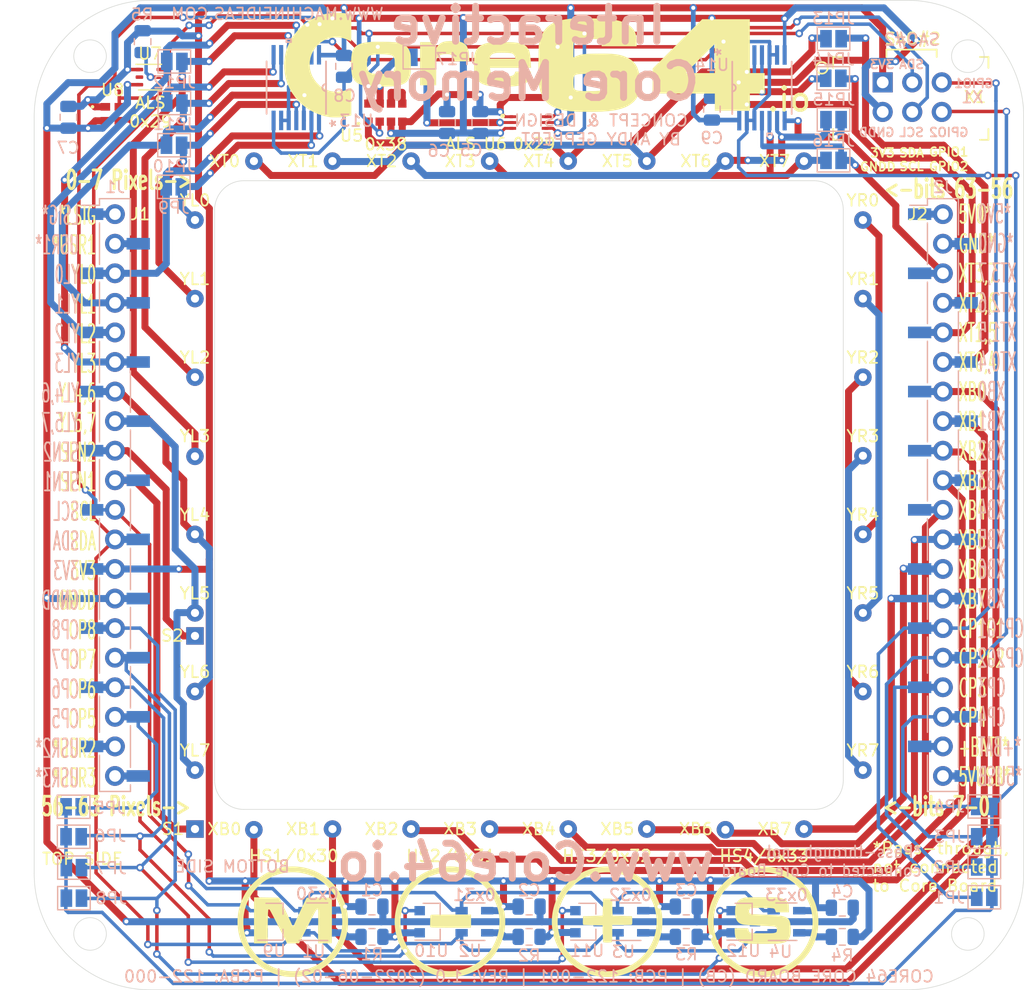
<source format=kicad_pcb>
(kicad_pcb (version 20171130) (host pcbnew "(5.1.2-1)-1")
  (title_block (title "Core 64 (Cores)") (date 2020-03-16) (rev 0.3) (company "Andy Geppert"))
  (layers (0 F.Cu signal) (31 B.Cu signal hide) (34 B.Paste user hide) (35 F.Paste user hide) (36 B.SilkS user hide) (37 F.SilkS user) (38 B.Mask user hide) (39 F.Mask user hide) (44 Edge.Cuts user))
  (net 0 "")
  (net 1 XB7)
  (net 2 XB4)
  (net 3 XB6)
  (net 4 XB5)
  (net 5 XB0)
  (net 6 XB1)
  (net 7 XB2)
  (net 8 XB3)
  (net 9 XT3-7)
  (net 10 XT2-6)
  (net 11 XT1-5)
  (net 12 XT0-4)
  (net 13 YL5)
  (net 14 YL4)
  (net 15 YL3)
  (net 16 YL2)
  (net 17 YL1)
  (net 18 YL0)
  (net 19 SENSE1)
  (net 20 SENSE2)
  (net 21 GNDD)
  (net 22 "Net-(CM1-Pad10)")
  (net 23 "Net-(CM1-Pad13)")
  (net 24 "Net-(CM1-Pad12)")
  (net 25 "Net-(CM1-Pad11)")
  (net 26 3V3_800mA)
  (net 27 I2C_DATA)
  (net 28 I2C_CLOCK)
  (net 29 H_YL3)
  (net 30 H_YL0)
  (net 31 H_YL1)
  (net 32 H_YL2)
  (net 33 H_XT2-6)
  (net 34 H_XT0-4)
  (net 35 H_XT3-7)
  (net 36 H_XT1-5)
  (net 37 ENABLE)
  (net 38 PLANE_6)
  (net 39 PLANE_8)
  (net 40 PLANE_5)
  (net 41 PLANE_7)
  (net 42 PLANE_2)
  (net 43 PLANE_4)
  (net 44 PLANE_1)
  (net 45 PLANE_3)
  (net 46 "Net-(R1-Pad2)")
  (net 47 "Net-(R2-Pad2)")
  (net 48 "Net-(R3-Pad2)")
  (net 49 "Net-(R4-Pad2)")
  (net 50 "Net-(J1-Pad1)")
  (net 51 "Net-(J1-Pad2)")
  (net 52 "Net-(J2-Pad1)")
  (net 53 "Net-(J2-Pad2)")
  (net 54 "Net-(J1-Pad19)")
  (net 55 "Net-(J1-Pad20)")
  (net 56 "Net-(J2-Pad19)")
  (net 57 "Net-(J2-Pad20)")
  (net 58 "Net-(U7-Pad2)")
  (net 59 ALS_INT)
  (net 60 "Net-(R5-Pad2)")
  (net 61 "Net-(JP17-Pad2)")
  (net 62 "Net-(U5-Pad5)")
  (module ALS_BH1730:REG_BD00IC0WHFV-GTR (layer F.Cu) (at 0 -32)
    (fp_text reference U6 (at -2.885 1.85) (layer F.SilkS))
    (fp_text value BH1730FVC)
    (pad 6 smd rect (at 1.375 -0.5) (size 0.55 0.25) (layers F.Cu F.Paste F.Mask) (net 27 I2C_DATA))
    (pad 5 smd rect (at 1.375 0) (size 0.55 0.25) (layers F.Cu F.Paste F.Mask) (net 26 3V3_800mA))
    (pad 4 smd rect (at 1.375 0.5) (size 0.55 0.25) (layers F.Cu F.Paste F.Mask) (net 28 I2C_CLOCK))
    (pad 3 smd rect (at -1.375 0.5) (size 0.55 0.25) (layers F.Cu F.Paste F.Mask) (net 21 GNDD))
    (pad 2 smd rect (at -1.375 0) (size 0.55 0.25) (layers F.Cu F.Paste F.Mask) (net 61 "Net-(JP17-Pad2)"))
    (pad 1 smd rect (at -1.375 -0.5) (size 0.55 0.25) (layers F.Cu F.Paste F.Mask) (net 26 3V3_800mA))
  )
  (module badgelife_sao_v169bis:Badgelife-SAOv169-BADGE-2x3 (layer F.Cu) (at 32.865 -34.2)
    (fp_text reference X1 (at 5.45 0) (layer F.SilkS))
    (fp_text value SFH11-NBPC-D03-ST-BK)
    (fp_text user SAO#2 (at 0.1 -5) (layer F.SilkS))
    (fp_text user 3V3 (at -2.5 4.8) (layer F.SilkS) (effects (font (size 0.75 0.75))))
    (fp_text user GNDD (at -2.9 6) (layer F.SilkS) (effects (font (size 0.75 0.75))))
    (fp_text user SDA (at 0 4.8) (layer F.SilkS) (effects (font (size 0.75 0.75))))
    (fp_text user SCL (at 0 5.973) (layer F.SilkS) (effects (font (size 0.75 0.75))))
    (fp_text user GPIO2 (at 3.187 5.973) (layer F.SilkS) (effects (font (size 0.75 0.75))))
    (fp_text user GPIO1 (at 3.187 4.731) (layer F.SilkS) (effects (font (size 0.75 0.75))))
    (fp_text user GPIO1 (at 5.362 -1.1568) (layer B.SilkS) (effects (font (size 0.75 0.75)) (justify mirror)))
    (fp_text user GPIO2 (at 3.2 3.048) (layer B.SilkS) (effects (font (size 0.75 0.75)) (justify mirror)))
    (fp_text user SCL (at 0 3.048) (layer B.SilkS) (effects (font (size 0.75 0.75)) (justify mirror)))
    (fp_text user SDA (at 0 -2.794) (layer B.SilkS) (effects (font (size 0.75 0.75)) (justify mirror)))
    (fp_text user GNDD (at -3 3.048) (layer B.SilkS) (effects (font (size 0.75 0.75)) (justify mirror)))
    (fp_text user 3V3 (at -2.54 -2.794) (layer B.SilkS) (effects (font (size 0.75 0.75)) (justify mirror)))
    (pad 2 thru_hole circle (at -2.48 1.29 270) (size 1.7272 1.7272) (drill 1.016) (layers *.Cu *.Mask) (net 21 GNDD))
    (pad 1 thru_hole rect (at -2.48 -1.25 270) (size 1.7272 1.7272) (drill 1.016) (layers *.Cu *.Mask) (net 26 3V3_800mA))
    (pad 4 thru_hole oval (at 0.06 1.29 270) (size 1.7272 1.7272) (drill 1.016) (layers *.Cu *.Mask) (net 28 I2C_CLOCK))
    (pad 3 thru_hole oval (at 0.06 -1.25 270) (size 1.7272 1.7272) (drill 1.016) (layers *.Cu *.Mask) (net 27 I2C_DATA))
    (pad 6 thru_hole circle (at 2.6 1.29 270) (size 1.7272 1.7272) (drill 1.016) (layers *.Cu *.Mask) (net 42 PLANE_2))
    (pad 5 thru_hole circle (at 2.6 -1.25 270) (size 1.7272 1.7272) (drill 1.016) (layers *.Cu *.Mask) (net 44 PLANE_1))
  )
  (module Capacitor_SMD:C_0805_2012Metric (layer B.Cu) (at -4.185 -32 270)
    (fp_text reference C5 (at 2.375 0.775 180) (layer B.SilkS) (effects (justify mirror)))
    (fp_text value 0.1uF)
    (pad 2 smd roundrect (at 0.9375 0 270) (size 0.975 1.4) (layers B.Cu B.Paste B.Mask) (net 21 GNDD))
    (pad 1 smd roundrect (at -0.9375 0 270) (size 0.975 1.4) (layers B.Cu B.Paste B.Mask) (net 26 3V3_800mA))
  )
  (module Core_Memory_8x8_Array:core_64_6.75mm_square_v0.5_front_facing (layer F.Cu) (at 0 0)
    (fp_text reference CM1)
    (fp_text value Core_Memory_8x8_Array_Front_Facing)
    (fp_text user YL7 (at -28.6875 21.9375) (layer F.SilkS))
    (fp_text user YL6 (at -28.6875 15.1875) (layer F.SilkS))
    (fp_text user YL0 (at -28.6875 -25.3125) (layer F.SilkS))
    (fp_text user YL4 (at -28.6875 1.6875) (layer F.SilkS))
    (fp_text user YL2 (at -28.6875 -11.8125) (layer F.SilkS))
    (fp_text user YL1 (at -28.6875 -18.5625) (layer F.SilkS))
    (fp_text user YL3 (at -28.6875 -5.0625) (layer F.SilkS))
    (fp_text user YL5 (at -28.6875 8.4375) (layer F.SilkS))
    (fp_text user XB0 (at -26.15625 28.6875) (layer F.SilkS))
    (fp_text user XB6 (at 14.34375 28.6875) (layer F.SilkS))
    (fp_text user XB5 (at 7.59375 28.6875) (layer F.SilkS))
    (fp_text user XB7 (at 21.09375 28.6875) (layer F.SilkS))
    (fp_text user XB3 (at -5.90625 28.6875) (layer F.SilkS))
    (fp_text user XB4 (at 0.84375 28.6875) (layer F.SilkS))
    (fp_text user XB1 (at -19.40625 28.6875) (layer F.SilkS))
    (fp_text user XB2 (at -12.65625 28.6875) (layer F.SilkS))
    (fp_text user XT0 (at -26.15625 -28.6875) (layer F.SilkS))
    (fp_text user XT1 (at -19.40625 -28.6875) (layer F.SilkS))
    (fp_text user XT2 (at -12.65625 -28.6875) (layer F.SilkS))
    (fp_text user XT3 (at -5.90625 -28.6875) (layer F.SilkS))
    (fp_text user XT4 (at 0.84375 -28.6875) (layer F.SilkS))
    (fp_text user XT5 (at 7.59375 -28.6875) (layer F.SilkS))
    (fp_text user XT6 (at 14.34375 -28.6875) (layer F.SilkS))
    (fp_text user XT7 (at 21.09375 -28.6875) (layer F.SilkS))
    (fp_text user YR0 (at 28.6875 -25.3125) (layer F.SilkS))
    (fp_text user YR1 (at 28.6875 -18.5625) (layer F.SilkS))
    (fp_text user YR2 (at 28.6875 -11.8125) (layer F.SilkS))
    (fp_text user YR3 (at 28.6875 -5.0625) (layer F.SilkS))
    (fp_text user YR4 (at 28.6875 1.6875) (layer F.SilkS))
    (fp_text user YR5 (at 28.6875 8.4375) (layer F.SilkS))
    (fp_text user S2 (at -30.635 12.075) (layer F.SilkS))
    (fp_text user S1 (at -30.585 28.675) (layer F.SilkS))
    (fp_text user YR6 (at 28.6875 15.1875) (layer F.SilkS))
    (fp_text user YR7 (at 28.6875 21.9375) (layer F.SilkS))
    (pad 34 thru_hole rect (at -28.6875 28.6875) (size 1.5 1.5) (drill 0.7) (layers *.Cu *.Mask) (net 19 SENSE1))
    (pad 33 thru_hole rect (at -28.6875 12.1) (size 1.5 1.5) (drill 0.7) (layers *.Cu *.Mask) (net 20 SENSE2))
    (pad 10 thru_hole circle (at 28.6875 -16.875 180) (size 1.5 1.5) (drill 0.7) (layers *.Cu *.Mask) (net 22 "Net-(CM1-Pad10)"))
    (pad 11 thru_hole circle (at 28.6875 -10.125 180) (size 1.5 1.5) (drill 0.7) (layers *.Cu *.Mask) (net 25 "Net-(CM1-Pad11)"))
    (pad 12 thru_hole circle (at 28.6875 -3.375 180) (size 1.5 1.5) (drill 0.7) (layers *.Cu *.Mask) (net 24 "Net-(CM1-Pad12)"))
    (pad 13 thru_hole circle (at 28.6875 3.375 180) (size 1.5 1.5) (drill 0.7) (layers *.Cu *.Mask) (net 23 "Net-(CM1-Pad13)"))
    (pad 14 thru_hole circle (at 28.6875 10.125 180) (size 1.5 1.5) (drill 0.7) (layers *.Cu *.Mask) (net 22 "Net-(CM1-Pad10)"))
    (pad 15 thru_hole circle (at 28.6875 16.875 180) (size 1.5 1.5) (drill 0.7) (layers *.Cu *.Mask) (net 25 "Net-(CM1-Pad11)"))
    (pad 16 thru_hole circle (at 28.6875 23.625 180) (size 1.5 1.5) (drill 0.7) (layers *.Cu *.Mask) (net 24 "Net-(CM1-Pad12)"))
    (pad 17 thru_hole circle (at 23.625 28.6875 180) (size 1.5 1.5) (drill 0.7) (layers *.Cu *.Mask) (net 1 XB7))
    (pad 18 thru_hole circle (at 16.875 28.75 180) (size 1.5 1.5) (drill 0.7) (layers *.Cu *.Mask) (net 3 XB6))
    (pad 19 thru_hole circle (at 10.125 28.6875 180) (size 1.5 1.5) (drill 0.7) (layers *.Cu *.Mask) (net 4 XB5))
    (pad 20 thru_hole circle (at 3.375 28.6875 180) (size 1.5 1.5) (drill 0.7) (layers *.Cu *.Mask) (net 2 XB4))
    (pad 21 thru_hole circle (at -3.375 28.6875 180) (size 1.5 1.5) (drill 0.7) (layers *.Cu *.Mask) (net 8 XB3))
    (pad 22 thru_hole circle (at -10.125 28.6875 180) (size 1.5 1.5) (drill 0.7) (layers *.Cu *.Mask) (net 7 XB2))
    (pad 23 thru_hole circle (at -16.875 28.6875 180) (size 1.5 1.5) (drill 0.7) (layers *.Cu *.Mask) (net 6 XB1))
    (pad 24 thru_hole circle (at -23.625 28.75 180) (size 1.5 1.5) (drill 0.7) (layers *.Cu *.Mask) (net 5 XB0))
    (pad 25 thru_hole circle (at -28.6875 23.625 180) (size 1.5 1.5) (drill 0.7) (layers *.Cu *.Mask) (net 13 YL5))
    (pad 26 thru_hole circle (at -28.6875 16.875 180) (size 1.5 1.5) (drill 0.7) (layers *.Cu *.Mask) (net 14 YL4))
    (pad 9 thru_hole circle (at 28.6875 -23.625 180) (size 1.5 1.5) (drill 0.7) (layers *.Cu *.Mask) (net 23 "Net-(CM1-Pad13)"))
    (pad 8 thru_hole circle (at 23.625 -28.6875 180) (size 1.5 1.5) (drill 0.7) (layers *.Cu *.Mask) (net 9 XT3-7))
    (pad 7 thru_hole circle (at 16.875 -28.6875 180) (size 1.5 1.5) (drill 0.7) (layers *.Cu *.Mask) (net 10 XT2-6))
    (pad 6 thru_hole circle (at 10.125 -28.6875 180) (size 1.5 1.5) (drill 0.7) (layers *.Cu *.Mask) (net 11 XT1-5))
    (pad 5 thru_hole circle (at 3.375 -28.6875 180) (size 1.5 1.5) (drill 0.7) (layers *.Cu *.Mask) (net 12 XT0-4))
    (pad 4 thru_hole circle (at -3.375 -28.6875 180) (size 1.5 1.5) (drill 0.7) (layers *.Cu *.Mask) (net 9 XT3-7))
    (pad 3 thru_hole circle (at -10.125 -28.6875 180) (size 1.5 1.5) (drill 0.7) (layers *.Cu *.Mask) (net 10 XT2-6))
    (pad 2 thru_hole circle (at -16.875 -28.6875 180) (size 1.5 1.5) (drill 0.7) (layers *.Cu *.Mask) (net 11 XT1-5))
    (pad 1 thru_hole circle (at -23.625 -28.6875 180) (size 1.5 1.5) (drill 0.7) (layers *.Cu *.Mask) (net 12 XT0-4))
    (pad 32 thru_hole circle (at -28.6875 -23.625 180) (size 1.5 1.5) (drill 0.7) (layers *.Cu *.Mask) (net 18 YL0))
    (pad 31 thru_hole circle (at -28.6875 -16.875 180) (size 1.5 1.5) (drill 0.7) (layers *.Cu *.Mask) (net 17 YL1))
    (pad 30 thru_hole circle (at -28.6875 -10.125 180) (size 1.5 1.5) (drill 0.7) (layers *.Cu *.Mask) (net 16 YL2))
    (pad 29 thru_hole circle (at -28.6875 -3.325 180) (size 1.5 1.5) (drill 0.7) (layers *.Cu *.Mask) (net 15 YL3))
    (pad 28 thru_hole circle (at -28.6875 3.375 180) (size 1.5 1.5) (drill 0.7) (layers *.Cu *.Mask) (net 14 YL4))
    (pad 27 thru_hole circle (at -28.6875 10.125 180) (size 1.5 1.5) (drill 0.7) (layers *.Cu *.Mask) (net 13 YL5))
  )
  (module Resistor_SMD:R_0805_2012Metric (layer B.Cu) (at 26.915 37.95 180)
    (fp_text reference R4 (at 0 -1.6) (layer B.SilkS) (effects (justify mirror)))
    (fp_text value 10K)
    (pad 2 smd roundrect (at 0.9375 0 180) (size 0.975 1.4) (layers B.Cu B.Paste B.Mask) (net 49 "Net-(R4-Pad2)"))
    (pad 1 smd roundrect (at -0.9375 0 180) (size 0.975 1.4) (layers B.Cu B.Paste B.Mask) (net 26 3V3_800mA))
  )
  (module Resistor_SMD:R_0805_2012Metric (layer B.Cu) (at 13.515 37.95 180)
    (fp_text reference R3 (at 0 -1.5) (layer B.SilkS) (effects (justify mirror)))
    (fp_text value 10K)
    (pad 2 smd roundrect (at 0.9375 0 180) (size 0.975 1.4) (layers B.Cu B.Paste B.Mask) (net 48 "Net-(R3-Pad2)"))
    (pad 1 smd roundrect (at -0.9375 0 180) (size 0.975 1.4) (layers B.Cu B.Paste B.Mask) (net 26 3V3_800mA))
  )
  (module Resistor_SMD:R_0805_2012Metric (layer B.Cu) (at 0.015 37.95 180)
    (fp_text reference R2 (at 0 -1.6) (layer B.SilkS) (effects (justify mirror)))
    (fp_text value 10K)
    (pad 2 smd roundrect (at 0.9375 0 180) (size 0.975 1.4) (layers B.Cu B.Paste B.Mask) (net 47 "Net-(R2-Pad2)"))
    (pad 1 smd roundrect (at -0.9375 0 180) (size 0.975 1.4) (layers B.Cu B.Paste B.Mask) (net 26 3V3_800mA))
  )
  (module Resistor_SMD:R_0805_2012Metric (layer B.Cu) (at -13.485 37.95 180)
    (fp_text reference R1 (at 0 -1.5) (layer B.SilkS) (effects (justify mirror)))
    (fp_text value 10K)
    (pad 2 smd roundrect (at 0.9375 0 180) (size 0.975 1.4) (layers B.Cu B.Paste B.Mask) (net 46 "Net-(R1-Pad2)"))
    (pad 1 smd roundrect (at -0.9375 0 180) (size 0.975 1.4) (layers B.Cu B.Paste B.Mask) (net 26 3V3_800mA))
  )
  (module Capacitor_SMD:C_0805_2012Metric (layer B.Cu) (at 26.915 35.45)
    (fp_text reference C4 (at 0 -1.4) (layer B.SilkS) (effects (justify mirror)))
    (fp_text value 0.1uF)
    (pad 2 smd roundrect (at 0.9375 0) (size 0.975 1.4) (layers B.Cu B.Paste B.Mask) (net 21 GNDD))
    (pad 1 smd roundrect (at -0.9375 0) (size 0.975 1.4) (layers B.Cu B.Paste B.Mask) (net 26 3V3_800mA))
  )
  (module Capacitor_SMD:C_0805_2012Metric (layer B.Cu) (at 13.515 35.35)
    (fp_text reference C3 (at 0 -1.4) (layer B.SilkS) (effects (justify mirror)))
    (fp_text value 0.1uF)
    (pad 2 smd roundrect (at 0.9375 0) (size 0.975 1.4) (layers B.Cu B.Paste B.Mask) (net 21 GNDD))
    (pad 1 smd roundrect (at -0.9375 0) (size 0.975 1.4) (layers B.Cu B.Paste B.Mask) (net 26 3V3_800mA))
  )
  (module Capacitor_SMD:C_0805_2012Metric (layer B.Cu) (at 0.015 35.35)
    (fp_text reference C2 (at 0 -1.4) (layer B.SilkS) (effects (justify mirror)))
    (fp_text value 0.1uF)
    (pad 2 smd roundrect (at 0.9375 0) (size 0.975 1.4) (layers B.Cu B.Paste B.Mask) (net 21 GNDD))
    (pad 1 smd roundrect (at -0.9375 0) (size 0.975 1.4) (layers B.Cu B.Paste B.Mask) (net 26 3V3_800mA))
  )
  (module Core_Memory_8x8_Array:Core64-M_-_+_S_Buttons (layer F.Cu) (at -0.985 36.65)
    (fp_text reference L2 hide)
    (fp_text value Core_64_M-+S_Buttons_4mm hide)
  )
  (module Core_Memory_8x8_Array:Core64_Logo_9mm_tall (layer F.Cu) (at 1.4986 -36.957)
    (fp_text reference L1 hide)
    (fp_text value Core_64_Logo_9mm_tall hide)
  )
  (module Package_TO_SOT_SMD:SOT-23-5 (layer B.Cu) (at -18.185 36.65)
    (fp_text reference U1 (at -0.3 2.55) (layer B.SilkS) (effects (justify mirror)))
    (fp_text value SI7210-B-00-IV)
    (pad 5 smd rect (at 1.1 0.95) (size 1.06 0.65) (layers B.Cu B.Paste B.Mask) (net 46 "Net-(R1-Pad2)"))
    (pad 4 smd rect (at 1.1 -0.95) (size 1.06 0.65) (layers B.Cu B.Paste B.Mask) (net 26 3V3_800mA))
    (pad 3 smd rect (at -1.1 -0.95) (size 1.06 0.65) (layers B.Cu B.Paste B.Mask) (net 28 I2C_CLOCK))
    (pad 2 smd rect (at -1.1 0) (size 1.06 0.65) (layers B.Cu B.Paste B.Mask) (net 21 GNDD))
    (pad 1 smd rect (at -1.1 0.95) (size 1.06 0.65) (layers B.Cu B.Paste B.Mask) (net 27 I2C_DATA))
  )
  (module Package_TO_SOT_SMD:SOT-23-5 (layer B.Cu) (at -4.685 36.65)
    (fp_text reference U2 (at -0.375 2.5) (layer B.SilkS) (effects (justify mirror)))
    (fp_text value SI7210-B-02-IV)
    (pad 5 smd rect (at 1.1 0.95) (size 1.06 0.65) (layers B.Cu B.Paste B.Mask) (net 47 "Net-(R2-Pad2)"))
    (pad 4 smd rect (at 1.1 -0.95) (size 1.06 0.65) (layers B.Cu B.Paste B.Mask) (net 26 3V3_800mA))
    (pad 3 smd rect (at -1.1 -0.95) (size 1.06 0.65) (layers B.Cu B.Paste B.Mask) (net 28 I2C_CLOCK))
    (pad 2 smd rect (at -1.1 0) (size 1.06 0.65) (layers B.Cu B.Paste B.Mask) (net 21 GNDD))
    (pad 1 smd rect (at -1.1 0.95) (size 1.06 0.65) (layers B.Cu B.Paste B.Mask) (net 27 I2C_DATA))
  )
  (module Package_TO_SOT_SMD:SOT-23-5 (layer B.Cu) (at 8.715 36.65)
    (fp_text reference U3 (at -0.6 2.575) (layer B.SilkS) (effects (justify mirror)))
    (fp_text value SI7210-B-03-IV)
    (pad 5 smd rect (at 1.1 0.95) (size 1.06 0.65) (layers B.Cu B.Paste B.Mask) (net 48 "Net-(R3-Pad2)"))
    (pad 4 smd rect (at 1.1 -0.95) (size 1.06 0.65) (layers B.Cu B.Paste B.Mask) (net 26 3V3_800mA))
    (pad 3 smd rect (at -1.1 -0.95) (size 1.06 0.65) (layers B.Cu B.Paste B.Mask) (net 28 I2C_CLOCK))
    (pad 2 smd rect (at -1.1 0) (size 1.06 0.65) (layers B.Cu B.Paste B.Mask) (net 21 GNDD))
    (pad 1 smd rect (at -1.1 0.95) (size 1.06 0.65) (layers B.Cu B.Paste B.Mask) (net 27 I2C_DATA))
  )
  (module Package_TO_SOT_SMD:SOT-23-5 (layer B.Cu) (at 22.115 36.65)
    (fp_text reference U4 (at -0.5 2.575) (layer B.SilkS) (effects (justify mirror)))
    (fp_text value SI7210-B-04-IV)
    (pad 5 smd rect (at 1.1 0.95) (size 1.06 0.65) (layers B.Cu B.Paste B.Mask) (net 49 "Net-(R4-Pad2)"))
    (pad 4 smd rect (at 1.1 -0.95) (size 1.06 0.65) (layers B.Cu B.Paste B.Mask) (net 26 3V3_800mA))
    (pad 3 smd rect (at -1.1 -0.95) (size 1.06 0.65) (layers B.Cu B.Paste B.Mask) (net 28 I2C_CLOCK))
    (pad 2 smd rect (at -1.1 0) (size 1.06 0.65) (layers B.Cu B.Paste B.Mask) (net 21 GNDD))
    (pad 1 smd rect (at -1.1 0.95) (size 1.06 0.65) (layers B.Cu B.Paste B.Mask) (net 27 I2C_DATA))
  )
  (module Capacitor_SMD:C_0805_2012Metric (layer B.Cu) (at -13.485 35.35)
    (fp_text reference C1 (at 0 -1.4) (layer B.SilkS) (effects (justify mirror)))
    (fp_text value 0.1uF)
    (pad 2 smd roundrect (at 0.9375 0) (size 0.975 1.4) (layers B.Cu B.Paste B.Mask) (net 21 GNDD))
    (pad 1 smd roundrect (at -0.9375 0) (size 0.975 1.4) (layers B.Cu B.Paste B.Mask) (net 26 3V3_800mA))
  )
  (module Connector_PinHeader_2.54mm:PinHeader_1x20_P2.54mm_Vertical_SMD_and_TH_Pin1Right (layer B.Cu) (at -35.56 -5.08 180)
    (fp_text reference J1 (at 0 21.38) (layer B.SilkS) (effects (justify mirror)))
    (fp_text value 929834-04-36-RK)
    (pad 19 thru_hole circle (at 0 -26.67 180) (size 1.7 1.7) (drill 1) (layers *.Cu *.Mask) (net 54 "Net-(J1-Pad19)"))
    (pad 20 smd rect (at -2 -29.21 180) (size 2 1) (layers B.Cu B.Paste B.Mask) (net 55 "Net-(J1-Pad20)"))
    (pad 20 thru_hole circle (at 0 -29.21 180) (size 1.7 1.7) (drill 1) (layers *.Cu *.Mask) (net 55 "Net-(J1-Pad20)"))
    (pad 19 smd rect (at 2 -26.67 180) (size 2 1) (layers B.Cu B.Paste B.Mask) (net 54 "Net-(J1-Pad19)"))
    (pad 18 smd rect (at -2 -24.13 180) (size 2 1) (layers B.Cu B.Paste B.Mask) (net 40 PLANE_5))
    (pad 17 smd rect (at 2 -21.59 180) (size 2 1) (layers B.Cu B.Paste B.Mask) (net 38 PLANE_6))
    (pad 18 thru_hole circle (at 0 -24.13 180) (size 1.7 1.7) (drill 1) (layers *.Cu *.Mask) (net 40 PLANE_5))
    (pad 17 thru_hole circle (at 0 -21.59 180) (size 1.7 1.7) (drill 1) (layers *.Cu *.Mask) (net 38 PLANE_6))
    (pad 15 thru_hole circle (at 0 -16.51 180) (size 1.7 1.7) (drill 1) (layers *.Cu *.Mask) (net 39 PLANE_8))
    (pad 9 thru_hole circle (at 0 -1.27) (size 1.7 1.7) (drill 1) (layers *.Cu *.Mask) (net 20 SENSE2))
    (pad 4 thru_hole circle (at 0 11.43 180) (size 1.7 1.7) (drill 1) (layers *.Cu *.Mask) (net 31 H_YL1))
    (pad 1 thru_hole circle (at 0 19.05 180) (size 1.7 1.7) (drill 1) (layers *.Cu *.Mask) (net 50 "Net-(J1-Pad1)"))
    (pad 2 thru_hole circle (at 0 16.51 180) (size 1.7 1.7) (drill 1) (layers *.Cu *.Mask) (net 51 "Net-(J1-Pad2)"))
    (pad 5 thru_hole circle (at 0 8.89 180) (size 1.7 1.7) (drill 1) (layers *.Cu *.Mask) (net 32 H_YL2))
    (pad 6 thru_hole circle (at 0 6.35 180) (size 1.7 1.7) (drill 1) (layers *.Cu *.Mask) (net 29 H_YL3))
    (pad 8 thru_hole circle (at 0 1.27 180) (size 1.7 1.7) (drill 1) (layers *.Cu *.Mask) (net 13 YL5))
    (pad 7 thru_hole circle (at 0 3.81 180) (size 1.7 1.7) (drill 1) (layers *.Cu *.Mask) (net 14 YL4))
    (pad 3 thru_hole circle (at 0 13.97 180) (size 1.7 1.7) (drill 1) (layers *.Cu *.Mask) (net 30 H_YL0))
    (pad 11 thru_hole circle (at 0 -6.35 180) (size 1.7 1.7) (drill 1) (layers *.Cu *.Mask) (net 28 I2C_CLOCK))
    (pad 13 thru_hole circle (at 0 -11.43 180) (size 1.7 1.7) (drill 1) (layers *.Cu *.Mask) (net 26 3V3_800mA))
    (pad 12 thru_hole circle (at 0 -8.89 180) (size 1.7 1.7) (drill 1) (layers *.Cu *.Mask) (net 27 I2C_DATA))
    (pad 16 thru_hole circle (at 0 -19.05 180) (size 1.7 1.7) (drill 1) (layers *.Cu *.Mask) (net 41 PLANE_7))
    (pad 14 thru_hole circle (at 0 -13.97 180) (size 1.7 1.7) (drill 1) (layers *.Cu *.Mask) (net 21 GNDD))
    (pad 10 thru_hole circle (at 0 -3.81 180) (size 1.7 1.7) (drill 1) (layers *.Cu *.Mask) (net 19 SENSE1))
    (pad 15 smd rect (at 2 -16.51 180) (size 2 1) (layers B.Cu B.Paste B.Mask) (net 39 PLANE_8))
    (pad 13 smd rect (at 2 -11.43 180) (size 2 1) (layers B.Cu B.Paste B.Mask) (net 26 3V3_800mA))
    (pad 11 smd rect (at 2 -6.35 180) (size 2 1) (layers B.Cu B.Paste B.Mask) (net 28 I2C_CLOCK))
    (pad 9 smd rect (at 2 -1.27 180) (size 2 1) (layers B.Cu B.Paste B.Mask) (net 20 SENSE2))
    (pad 7 smd rect (at 2 3.81 180) (size 2 1) (layers B.Cu B.Paste B.Mask) (net 14 YL4))
    (pad 5 smd rect (at 2 8.89 180) (size 2 1) (layers B.Cu B.Paste B.Mask) (net 32 H_YL2))
    (pad 3 smd rect (at 2 13.97 180) (size 2 1) (layers B.Cu B.Paste B.Mask) (net 30 H_YL0))
    (pad 1 smd rect (at 2 19.05 180) (size 2 1) (layers B.Cu B.Paste B.Mask) (net 50 "Net-(J1-Pad1)"))
    (pad 16 smd rect (at -2 -19.05 180) (size 2 1) (layers B.Cu B.Paste B.Mask) (net 41 PLANE_7))
    (pad 14 smd rect (at -2 -13.97 180) (size 2 1) (layers B.Cu B.Paste B.Mask) (net 21 GNDD))
    (pad 12 smd rect (at -2 -8.89 180) (size 2 1) (layers B.Cu B.Paste B.Mask) (net 27 I2C_DATA))
    (pad 10 smd rect (at -2 -3.81 180) (size 2 1) (layers B.Cu B.Paste B.Mask) (net 19 SENSE1))
    (pad 8 smd rect (at -2 1.27 180) (size 2 1) (layers B.Cu B.Paste B.Mask) (net 13 YL5))
    (pad 6 smd rect (at -2 6.35 180) (size 2 1) (layers B.Cu B.Paste B.Mask) (net 29 H_YL3))
    (pad 4 smd rect (at -2 11.43 180) (size 2 1) (layers B.Cu B.Paste B.Mask) (net 31 H_YL1))
    (pad 2 smd rect (at -2 16.51 180) (size 2 1) (layers B.Cu B.Paste B.Mask) (net 51 "Net-(J1-Pad2)"))
  )
  (module Connector_PinHeader_2.54mm:PinHeader_1x20_P2.54mm_Vertical_SMD_and_TH_Pin1Right (layer B.Cu) (at 35.56 -5.08 180)
    (fp_text reference J2 (at 0 21.38) (layer B.SilkS) (effects (justify mirror)))
    (fp_text value 929834-04-36-RK)
    (pad 2 smd rect (at -2 16.51 180) (size 2 1) (layers B.Cu B.Paste B.Mask) (net 53 "Net-(J2-Pad2)"))
    (pad 4 smd rect (at -2 11.43 180) (size 2 1) (layers B.Cu B.Paste B.Mask) (net 33 H_XT2-6))
    (pad 6 smd rect (at -2 6.35 180) (size 2 1) (layers B.Cu B.Paste B.Mask) (net 34 H_XT0-4))
    (pad 8 smd rect (at -2 1.27 180) (size 2 1) (layers B.Cu B.Paste B.Mask) (net 6 XB1))
    (pad 10 smd rect (at -2 -3.81 180) (size 2 1) (layers B.Cu B.Paste B.Mask) (net 8 XB3))
    (pad 12 smd rect (at -2 -8.89 180) (size 2 1) (layers B.Cu B.Paste B.Mask) (net 4 XB5))
    (pad 14 smd rect (at -2 -13.97 180) (size 2 1) (layers B.Cu B.Paste B.Mask) (net 1 XB7))
    (pad 16 smd rect (at -2 -19.05 180) (size 2 1) (layers B.Cu B.Paste B.Mask) (net 42 PLANE_2))
    (pad 1 smd rect (at 2 19.05 180) (size 2 1) (layers B.Cu B.Paste B.Mask) (net 52 "Net-(J2-Pad1)"))
    (pad 3 smd rect (at 2 13.97 180) (size 2 1) (layers B.Cu B.Paste B.Mask) (net 35 H_XT3-7))
    (pad 5 smd rect (at 2 8.89 180) (size 2 1) (layers B.Cu B.Paste B.Mask) (net 36 H_XT1-5))
    (pad 7 smd rect (at 2 3.81 180) (size 2 1) (layers B.Cu B.Paste B.Mask) (net 5 XB0))
    (pad 9 smd rect (at 2 -1.27 180) (size 2 1) (layers B.Cu B.Paste B.Mask) (net 7 XB2))
    (pad 11 smd rect (at 2 -6.35 180) (size 2 1) (layers B.Cu B.Paste B.Mask) (net 2 XB4))
    (pad 13 smd rect (at 2 -11.43 180) (size 2 1) (layers B.Cu B.Paste B.Mask) (net 3 XB6))
    (pad 15 smd rect (at 2 -16.51 180) (size 2 1) (layers B.Cu B.Paste B.Mask) (net 44 PLANE_1))
    (pad 10 thru_hole circle (at 0 -3.81 180) (size 1.7 1.7) (drill 1) (layers *.Cu *.Mask) (net 8 XB3))
    (pad 14 thru_hole circle (at 0 -13.97 180) (size 1.7 1.7) (drill 1) (layers *.Cu *.Mask) (net 1 XB7))
    (pad 16 thru_hole circle (at 0 -19.05 180) (size 1.7 1.7) (drill 1) (layers *.Cu *.Mask) (net 42 PLANE_2))
    (pad 12 thru_hole circle (at 0 -8.89 180) (size 1.7 1.7) (drill 1) (layers *.Cu *.Mask) (net 4 XB5))
    (pad 13 thru_hole circle (at 0 -11.43 180) (size 1.7 1.7) (drill 1) (layers *.Cu *.Mask) (net 3 XB6))
    (pad 11 thru_hole circle (at 0 -6.35 180) (size 1.7 1.7) (drill 1) (layers *.Cu *.Mask) (net 2 XB4))
    (pad 3 thru_hole circle (at 0 13.97 180) (size 1.7 1.7) (drill 1) (layers *.Cu *.Mask) (net 35 H_XT3-7))
    (pad 7 thru_hole circle (at 0 3.81 180) (size 1.7 1.7) (drill 1) (layers *.Cu *.Mask) (net 5 XB0))
    (pad 8 thru_hole circle (at 0 1.27 180) (size 1.7 1.7) (drill 1) (layers *.Cu *.Mask) (net 6 XB1))
    (pad 6 thru_hole circle (at 0 6.35 180) (size 1.7 1.7) (drill 1) (layers *.Cu *.Mask) (net 34 H_XT0-4))
    (pad 5 thru_hole circle (at 0 8.89 180) (size 1.7 1.7) (drill 1) (layers *.Cu *.Mask) (net 36 H_XT1-5))
    (pad 2 thru_hole circle (at 0 16.51 180) (size 1.7 1.7) (drill 1) (layers *.Cu *.Mask) (net 53 "Net-(J2-Pad2)"))
    (pad 1 thru_hole circle (at 0 19.05 180) (size 1.7 1.7) (drill 1) (layers *.Cu *.Mask) (net 52 "Net-(J2-Pad1)"))
    (pad 4 thru_hole circle (at 0 11.43 180) (size 1.7 1.7) (drill 1) (layers *.Cu *.Mask) (net 33 H_XT2-6))
    (pad 9 thru_hole circle (at 0 -1.27) (size 1.7 1.7) (drill 1) (layers *.Cu *.Mask) (net 7 XB2))
    (pad 15 thru_hole circle (at 0 -16.51 180) (size 1.7 1.7) (drill 1) (layers *.Cu *.Mask) (net 44 PLANE_1))
    (pad 17 thru_hole circle (at 0 -21.59 180) (size 1.7 1.7) (drill 1) (layers *.Cu *.Mask) (net 45 PLANE_3))
    (pad 18 thru_hole circle (at 0 -24.13 180) (size 1.7 1.7) (drill 1) (layers *.Cu *.Mask) (net 43 PLANE_4))
    (pad 17 smd rect (at 2 -21.59 180) (size 2 1) (layers B.Cu B.Paste B.Mask) (net 45 PLANE_3))
    (pad 18 smd rect (at -2 -24.13 180) (size 2 1) (layers B.Cu B.Paste B.Mask) (net 43 PLANE_4))
    (pad 19 smd rect (at 2 -26.67 180) (size 2 1) (layers B.Cu B.Paste B.Mask) (net 56 "Net-(J2-Pad19)"))
    (pad 20 thru_hole circle (at 0 -29.21 180) (size 1.7 1.7) (drill 1) (layers *.Cu *.Mask) (net 57 "Net-(J2-Pad20)"))
    (pad 20 smd rect (at -2 -29.21 180) (size 2 1) (layers B.Cu B.Paste B.Mask) (net 57 "Net-(J2-Pad20)"))
    (pad 19 thru_hole circle (at 0 -26.67 180) (size 1.7 1.7) (drill 1) (layers *.Cu *.Mask) (net 56 "Net-(J2-Pad19)"))
  )
  (module Capacitor_SMD:C_0805_2012Metric (layer B.Cu) (at -39.56 -32.45 270)
    (fp_text reference C7 (at 2.625 0.025 180) (layer B.SilkS) (effects (justify mirror)))
    (fp_text value 0.1uF)
    (pad 2 smd roundrect (at 0.9375 0 270) (size 0.975 1.4) (layers B.Cu B.Paste B.Mask) (net 21 GNDD))
    (pad 1 smd roundrect (at -0.9375 0 270) (size 0.975 1.4) (layers B.Cu B.Paste B.Mask) (net 26 3V3_800mA))
  )
  (module Capacitor_SMD:C_0805_2012Metric (layer B.Cu) (at -15.885 -36.825 270)
    (fp_text reference C8 (at 2.525 -0.05 180) (layer B.SilkS) (effects (justify mirror)))
    (fp_text value 0.1uF)
    (pad 1 smd roundrect (at -0.9375 0 270) (size 0.975 1.4) (layers B.Cu B.Paste B.Mask) (net 26 3V3_800mA))
    (pad 2 smd roundrect (at 0.9375 0 270) (size 0.975 1.4) (layers B.Cu B.Paste B.Mask) (net 21 GNDD))
  )
  (module Capacitor_SMD:C_0805_2012Metric (layer B.Cu) (at 15.715 -33.15 90)
    (fp_text reference C9 (at -2.475 0 180) (layer B.SilkS) (effects (justify mirror)))
    (fp_text value 0.1uF)
    (pad 1 smd roundrect (at -0.9375 0 90) (size 0.975 1.4) (layers B.Cu B.Paste B.Mask) (net 26 3V3_800mA))
    (pad 2 smd roundrect (at 0.9375 0 90) (size 0.975 1.4) (layers B.Cu B.Paste B.Mask) (net 21 GNDD))
  )
  (module Jumper:SolderJumper-2_P1.3mm_Open_Pad1.0x1.5mm (layer B.Cu) (at 39.115 34.55)
    (fp_text reference JP1 (at -3.025 0.025) (layer B.SilkS) (effects (justify mirror)))
    (fp_text value SolderJumper_2_Open)
    (pad 2 smd rect (at 0.65 0) (size 1 1.5) (layers B.Cu B.Mask) (net 37 ENABLE))
    (pad 1 smd rect (at -0.65 0) (size 1 1.5) (layers B.Cu B.Mask) (net 44 PLANE_1))
  )
  (module Jumper:SolderJumper-2_P1.3mm_Open_Pad1.0x1.5mm (layer B.Cu) (at 39.115 31.95)
    (fp_text reference JP2 (at -3.05 0.025) (layer B.SilkS) (effects (justify mirror)))
    (fp_text value SolderJumper_2_Open)
    (pad 1 smd rect (at -0.65 0) (size 1 1.5) (layers B.Cu B.Mask) (net 42 PLANE_2))
    (pad 2 smd rect (at 0.65 0) (size 1 1.5) (layers B.Cu B.Mask) (net 37 ENABLE))
  )
  (module Jumper:SolderJumper-2_P1.3mm_Open_Pad1.0x1.5mm (layer B.Cu) (at 39.115 29.35)
    (fp_text reference JP3 (at -3 0) (layer B.SilkS) (effects (justify mirror)))
    (fp_text value SolderJumper_2_Open)
    (pad 1 smd rect (at -0.65 0) (size 1 1.5) (layers B.Cu B.Mask) (net 45 PLANE_3))
    (pad 2 smd rect (at 0.65 0) (size 1 1.5) (layers B.Cu B.Mask) (net 37 ENABLE))
  )
  (module Jumper:SolderJumper-2_P1.3mm_Open_Pad1.0x1.5mm (layer B.Cu) (at 39.115 26.75)
    (fp_text reference JP4 (at -3.025 0) (layer B.SilkS) (effects (justify mirror)))
    (fp_text value SolderJumper_2_Open)
    (pad 2 smd rect (at 0.65 0) (size 1 1.5) (layers B.Cu B.Mask) (net 37 ENABLE))
    (pad 1 smd rect (at -0.65 0) (size 1 1.5) (layers B.Cu B.Mask) (net 43 PLANE_4))
  )
  (module Jumper:SolderJumper-2_P1.3mm_Open_Pad1.0x1.5mm (layer B.Cu) (at -39.11 26.775 180)
    (fp_text reference JP5 (at -3.075 -0.1) (layer B.SilkS) (effects (justify mirror)))
    (fp_text value SolderJumper_2_Open)
    (pad 1 smd rect (at -0.65 0 180) (size 1 1.5) (layers B.Cu B.Mask) (net 40 PLANE_5))
    (pad 2 smd rect (at 0.65 0 180) (size 1 1.5) (layers B.Cu B.Mask) (net 37 ENABLE))
  )
  (module Jumper:SolderJumper-2_P1.3mm_Open_Pad1.0x1.5mm (layer B.Cu) (at -39.11 29.35 180)
    (fp_text reference JP6 (at -3.15 0.075) (layer B.SilkS) (effects (justify mirror)))
    (fp_text value SolderJumper_2_Open)
    (pad 2 smd rect (at 0.65 0 180) (size 1 1.5) (layers B.Cu B.Mask) (net 37 ENABLE))
    (pad 1 smd rect (at -0.65 0 180) (size 1 1.5) (layers B.Cu B.Mask) (net 38 PLANE_6))
  )
  (module Jumper:SolderJumper-2_P1.3mm_Open_Pad1.0x1.5mm (layer B.Cu) (at -39.085 32 180)
    (fp_text reference JP7 (at -3.175 -0.05) (layer B.SilkS) (effects (justify mirror)))
    (fp_text value SolderJumper_2_Open)
    (pad 1 smd rect (at -0.65 0 180) (size 1 1.5) (layers B.Cu B.Mask) (net 41 PLANE_7))
    (pad 2 smd rect (at 0.65 0 180) (size 1 1.5) (layers B.Cu B.Mask) (net 37 ENABLE))
  )
  (module Jumper:SolderJumper-2_P1.3mm_Open_Pad1.0x1.5mm (layer B.Cu) (at -39.085 34.625 180)
    (fp_text reference JP8 (at -3.2 0) (layer B.SilkS) (effects (justify mirror)))
    (fp_text value SolderJumper_2_Open)
    (pad 2 smd rect (at 0.65 0 180) (size 1 1.5) (layers B.Cu B.Mask) (net 37 ENABLE))
    (pad 1 smd rect (at -0.65 0 180) (size 1 1.5) (layers B.Cu B.Mask) (net 39 PLANE_8))
  )
  (module Jumper:SolderJumper-2_P1.3mm_Open_Pad1.0x1.5mm (layer B.Cu) (at -30.51 -26.475)
    (fp_text reference JP9 (at 0 1.8) (layer B.SilkS) (effects (justify mirror)))
    (fp_text value SolderJumper_2_Bridged)
    (pad 1 smd rect (at -0.65 0) (size 1 1.5) (layers B.Cu B.Mask) (net 30 H_YL0))
    (pad 2 smd rect (at 0.65 0) (size 1 1.5) (layers B.Cu B.Mask) (net 18 YL0))
  )
  (module Jumper:SolderJumper-2_P1.3mm_Open_Pad1.0x1.5mm (layer B.Cu) (at -30.485 -30.05)
    (fp_text reference JP10 (at 0 1.8) (layer B.SilkS) (effects (justify mirror)))
    (fp_text value SolderJumper_2_Bridged)
    (pad 2 smd rect (at 0.65 0) (size 1 1.5) (layers B.Cu B.Mask) (net 17 YL1))
    (pad 1 smd rect (at -0.65 0) (size 1 1.5) (layers B.Cu B.Mask) (net 31 H_YL1))
  )
  (module Jumper:SolderJumper-2_P1.3mm_Open_Pad1.0x1.5mm (layer B.Cu) (at -30.46 -33.675)
    (fp_text reference JP11 (at 0 1.8) (layer B.SilkS) (effects (justify mirror)))
    (fp_text value SolderJumper_2_Bridged)
    (pad 1 smd rect (at -0.65 0) (size 1 1.5) (layers B.Cu B.Mask) (net 32 H_YL2))
    (pad 2 smd rect (at 0.65 0) (size 1 1.5) (layers B.Cu B.Mask) (net 16 YL2))
  )
  (module Jumper:SolderJumper-2_P1.3mm_Open_Pad1.0x1.5mm (layer B.Cu) (at -30.46 -37.25)
    (fp_text reference JP12 (at 0 1.8) (layer B.SilkS) (effects (justify mirror)))
    (fp_text value SolderJumper_2_Bridged)
    (pad 2 smd rect (at 0.65 0) (size 1 1.5) (layers B.Cu B.Mask) (net 15 YL3))
    (pad 1 smd rect (at -0.65 0) (size 1 1.5) (layers B.Cu B.Mask) (net 29 H_YL3))
  )
  (module Jumper:SolderJumper-2_P1.3mm_Open_Pad1.0x1.5mm (layer B.Cu) (at 26.165 -39.2 180)
    (fp_text reference JP13 (at 0 1.75) (layer B.SilkS) (effects (justify mirror)))
    (fp_text value SolderJumper_2_Bridged)
    (pad 1 smd rect (at -0.65 0 180) (size 1 1.5) (layers B.Cu B.Mask) (net 34 H_XT0-4))
    (pad 2 smd rect (at 0.65 0 180) (size 1 1.5) (layers B.Cu B.Mask) (net 12 XT0-4))
  )
  (module Jumper:SolderJumper-2_P1.3mm_Open_Pad1.0x1.5mm (layer B.Cu) (at 26.14 -35.8 180)
    (fp_text reference JP14 (at 0 1.625) (layer B.SilkS) (effects (justify mirror)))
    (fp_text value SolderJumper_2_Bridged)
    (pad 2 smd rect (at 0.65 0 180) (size 1 1.5) (layers B.Cu B.Mask) (net 11 XT1-5))
    (pad 1 smd rect (at -0.65 0 180) (size 1 1.5) (layers B.Cu B.Mask) (net 36 H_XT1-5))
  )
  (module Jumper:SolderJumper-2_P1.3mm_Open_Pad1.0x1.5mm (layer B.Cu) (at 26.165 -32.25 180)
    (fp_text reference JP15 (at -0.025 1.725) (layer B.SilkS) (effects (justify mirror)))
    (fp_text value SolderJumper_2_Bridged)
    (pad 1 smd rect (at -0.65 0 180) (size 1 1.5) (layers B.Cu B.Mask) (net 33 H_XT2-6))
    (pad 2 smd rect (at 0.65 0 180) (size 1 1.5) (layers B.Cu B.Mask) (net 10 XT2-6))
  )
  (module Jumper:SolderJumper-2_P1.3mm_Open_Pad1.0x1.5mm (layer B.Cu) (at 26.165 -28.75 180)
    (fp_text reference JP16 (at 0 1.7) (layer B.SilkS) (effects (justify mirror)))
    (fp_text value SolderJumper_2_Bridged)
    (pad 2 smd rect (at 0.65 0 180) (size 1 1.5) (layers B.Cu B.Mask) (net 9 XT3-7))
    (pad 1 smd rect (at -0.65 0 180) (size 1 1.5) (layers B.Cu B.Mask) (net 35 H_XT3-7))
  )
  (module Resistor_SMD:R_0805_2012Metric (layer B.Cu) (at -33.185 -38.95 270)
    (fp_text reference R5 (at -2.325 0.05 180) (layer B.SilkS) (effects (justify mirror)))
    (fp_text value 10K)
    (pad 1 smd roundrect (at -0.9375 0 270) (size 0.975 1.4) (layers B.Cu B.Paste B.Mask) (net 26 3V3_800mA))
    (pad 2 smd roundrect (at 0.9375 0 270) (size 0.975 1.4) (layers B.Cu B.Paste B.Mask) (net 60 "Net-(R5-Pad2)"))
  )
  (module OptoDevice:Lite-On_LTR-303ALS-01 (layer F.Cu) (at -32.56 -35.9)
    (fp_text reference U7 (at 0 -2.025) (layer F.SilkS))
    (fp_text value LTR-303ALS-01)
    (pad 1 smd roundrect (at -0.9 -0.65) (size 0.65 0.3) (layers F.Cu F.Paste F.Mask) (net 26 3V3_800mA))
    (pad 2 smd roundrect (at -0.9 0) (size 0.65 0.3) (layers F.Cu F.Paste F.Mask) (net 58 "Net-(U7-Pad2)"))
    (pad 3 smd roundrect (at -0.9 0.65) (size 0.65 0.3) (layers F.Cu F.Paste F.Mask) (net 21 GNDD))
    (pad 4 smd roundrect (at 0.9 0.65) (size 0.65 0.3) (layers F.Cu F.Paste F.Mask) (net 28 I2C_CLOCK))
    (pad 5 smd roundrect (at 0.9 0) (size 0.65 0.3) (layers F.Cu F.Paste F.Mask) (net 60 "Net-(R5-Pad2)"))
    (pad 6 smd roundrect (at 0.9 -0.65) (size 0.65 0.3) (layers F.Cu F.Paste F.Mask) (net 27 I2C_DATA))
  )
  (module TI_TS3A4751PWR:TS3A4751PWR (layer B.Cu) (at -19.985 -35 90)
    (fp_text reference U13 (at -2.8436 5.1514 180) (layer B.SilkS) (effects (justify mirror)))
    (fp_text value TS3A4751PWR)
    (fp_text user * (at -3.0734 3.4486 90) (layer B.SilkS) (effects (justify mirror)))
    (fp_text user * (at -3.0734 3.4486 90) (layer B.SilkS) (effects (justify mirror)))
    (pad 14 smd rect (at 2.8194 1.949999 90) (size 1.6764 0.3556) (layers B.Cu B.Paste B.Mask) (net 26 3V3_800mA))
    (pad 13 smd rect (at 2.8194 1.3 90) (size 1.6764 0.3556) (layers B.Cu B.Paste B.Mask) (net 37 ENABLE))
    (pad 12 smd rect (at 2.8194 0.649999 90) (size 1.6764 0.3556) (layers B.Cu B.Paste B.Mask) (net 37 ENABLE))
    (pad 11 smd rect (at 2.8194 0 90) (size 1.6764 0.3556) (layers B.Cu B.Paste B.Mask) (net 29 H_YL3))
    (pad 10 smd rect (at 2.8194 -0.650001 90) (size 1.6764 0.3556) (layers B.Cu B.Paste B.Mask) (net 15 YL3))
    (pad 9 smd rect (at 2.8194 -1.3 90) (size 1.6764 0.3556) (layers B.Cu B.Paste B.Mask) (net 16 YL2))
    (pad 8 smd rect (at 2.8194 -1.950001 90) (size 1.6764 0.3556) (layers B.Cu B.Paste B.Mask) (net 32 H_YL2))
    (pad 7 smd rect (at -2.8194 -1.949999 90) (size 1.6764 0.3556) (layers B.Cu B.Paste B.Mask) (net 21 GNDD))
    (pad 6 smd rect (at -2.8194 -1.3 90) (size 1.6764 0.3556) (layers B.Cu B.Paste B.Mask) (net 37 ENABLE))
    (pad 5 smd rect (at -2.8194 -0.649999 90) (size 1.6764 0.3556) (layers B.Cu B.Paste B.Mask) (net 37 ENABLE))
    (pad 4 smd rect (at -2.8194 0 90) (size 1.6764 0.3556) (layers B.Cu B.Paste B.Mask) (net 17 YL1))
    (pad 3 smd rect (at -2.8194 0.649999 90) (size 1.6764 0.3556) (layers B.Cu B.Paste B.Mask) (net 31 H_YL1))
    (pad 2 smd rect (at -2.8194 1.3 90) (size 1.6764 0.3556) (layers B.Cu B.Paste B.Mask) (net 18 YL0))
    (pad 1 smd rect (at -2.8194 1.950001 90) (size 1.6764 0.3556) (layers B.Cu B.Paste B.Mask) (net 30 H_YL0))
  )
  (module TI_TS3A4751PWR:TS3A4751PWR (layer B.Cu) (at 20.015 -34.9806 270)
    (fp_text reference U14 (at -1.9694 4.3) (layer B.SilkS) (effects (justify mirror)))
    (fp_text value TS3A4751PWR)
    (fp_text user * (at -3.0734 3.4486 270) (layer B.SilkS) (effects (justify mirror)))
    (fp_text user * (at -3.0734 3.4486 270) (layer B.SilkS) (effects (justify mirror)))
    (pad 1 smd rect (at -2.8194 1.950001 270) (size 1.6764 0.3556) (layers B.Cu B.Paste B.Mask) (net 34 H_XT0-4))
    (pad 2 smd rect (at -2.8194 1.3 270) (size 1.6764 0.3556) (layers B.Cu B.Paste B.Mask) (net 12 XT0-4))
    (pad 3 smd rect (at -2.8194 0.649999 270) (size 1.6764 0.3556) (layers B.Cu B.Paste B.Mask) (net 36 H_XT1-5))
    (pad 4 smd rect (at -2.8194 0 270) (size 1.6764 0.3556) (layers B.Cu B.Paste B.Mask) (net 11 XT1-5))
    (pad 5 smd rect (at -2.8194 -0.649999 270) (size 1.6764 0.3556) (layers B.Cu B.Paste B.Mask) (net 37 ENABLE))
    (pad 6 smd rect (at -2.8194 -1.3 270) (size 1.6764 0.3556) (layers B.Cu B.Paste B.Mask) (net 37 ENABLE))
    (pad 7 smd rect (at -2.8194 -1.949999 270) (size 1.6764 0.3556) (layers B.Cu B.Paste B.Mask) (net 21 GNDD))
    (pad 8 smd rect (at 2.8194 -1.950001 270) (size 1.6764 0.3556) (layers B.Cu B.Paste B.Mask) (net 33 H_XT2-6))
    (pad 9 smd rect (at 2.8194 -1.3 270) (size 1.6764 0.3556) (layers B.Cu B.Paste B.Mask) (net 10 XT2-6))
    (pad 10 smd rect (at 2.8194 -0.650001 270) (size 1.6764 0.3556) (layers B.Cu B.Paste B.Mask) (net 9 XT3-7))
    (pad 11 smd rect (at 2.8194 0 270) (size 1.6764 0.3556) (layers B.Cu B.Paste B.Mask) (net 35 H_XT3-7))
    (pad 12 smd rect (at 2.8194 0.649999 270) (size 1.6764 0.3556) (layers B.Cu B.Paste B.Mask) (net 37 ENABLE))
    (pad 13 smd rect (at 2.8194 1.3 270) (size 1.6764 0.3556) (layers B.Cu B.Paste B.Mask) (net 37 ENABLE))
    (pad 14 smd rect (at 2.8194 1.949999 270) (size 1.6764 0.3556) (layers B.Cu B.Paste B.Mask) (net 26 3V3_800mA))
  )
  (module Package_TO_SOT_SMD:SOT-23 (layer B.Cu) (at -21.885 36.65)
    (fp_text reference U9 (at 0 2.5) (layer B.SilkS) (effects (justify mirror)))
    (fp_text value TCS40DPR,LF)
    (pad 1 smd rect (at -1 0.95) (size 0.9 0.8) (layers B.Cu B.Paste B.Mask) (net 26 3V3_800mA))
    (pad 2 smd rect (at -1 -0.95) (size 0.9 0.8) (layers B.Cu B.Paste B.Mask) (net 40 PLANE_5))
    (pad 3 smd rect (at 1 0) (size 0.9 0.8) (layers B.Cu B.Paste B.Mask) (net 21 GNDD))
  )
  (module Package_TO_SOT_SMD:SOT-23 (layer B.Cu) (at -8.385 36.65)
    (fp_text reference U10 (at 0 2.5) (layer B.SilkS) (effects (justify mirror)))
    (fp_text value TCS40DPR,LF)
    (pad 3 smd rect (at 1 0) (size 0.9 0.8) (layers B.Cu B.Paste B.Mask) (net 21 GNDD))
    (pad 2 smd rect (at -1 -0.95) (size 0.9 0.8) (layers B.Cu B.Paste B.Mask) (net 38 PLANE_6))
    (pad 1 smd rect (at -1 0.95) (size 0.9 0.8) (layers B.Cu B.Paste B.Mask) (net 26 3V3_800mA))
  )
  (module Package_TO_SOT_SMD:SOT-23 (layer B.Cu) (at 4.99 36.65)
    (fp_text reference U11 (at 0 2.5) (layer B.SilkS) (effects (justify mirror)))
    (fp_text value TCS40DPR,LF)
    (pad 3 smd rect (at 1 0) (size 0.9 0.8) (layers B.Cu B.Paste B.Mask) (net 21 GNDD))
    (pad 2 smd rect (at -1 -0.95) (size 0.9 0.8) (layers B.Cu B.Paste B.Mask) (net 41 PLANE_7))
    (pad 1 smd rect (at -1 0.95) (size 0.9 0.8) (layers B.Cu B.Paste B.Mask) (net 26 3V3_800mA))
  )
  (module Package_TO_SOT_SMD:SOT-23 (layer B.Cu) (at 18.415 36.65)
    (fp_text reference U12 (at 0 2.5) (layer B.SilkS) (effects (justify mirror)))
    (fp_text value TCS40DPR,LF)
    (pad 1 smd rect (at -1 0.95) (size 0.9 0.8) (layers B.Cu B.Paste B.Mask) (net 26 3V3_800mA))
    (pad 2 smd rect (at -1 -0.95) (size 0.9 0.8) (layers B.Cu B.Paste B.Mask) (net 39 PLANE_8))
    (pad 3 smd rect (at 1 0) (size 0.9 0.8) (layers B.Cu B.Paste B.Mask) (net 21 GNDD))
  )
  (module LiteOn_LTR-329ALS:LTR-329ALS-01 (layer F.Cu) (at -35.785 -32.75)
    (fp_text reference U8 (at 0.025 -2.05) (layer F.SilkS))
    (fp_text value LTR-329ALS-01 hide)
    (pad 1 smd rect (at -0.5969 -0.599999) (size 0.8128 0.6604) (layers F.Cu F.Paste F.Mask) (net 26 3V3_800mA))
    (pad 2 smd rect (at -0.5969 0.599999) (size 0.8128 0.6604) (layers F.Cu F.Paste F.Mask) (net 21 GNDD))
    (pad 3 smd rect (at 0.5969 0.599999) (size 0.8128 0.6604) (layers F.Cu F.Paste F.Mask) (net 27 I2C_DATA))
    (pad 4 smd rect (at 0.5969 -0.599999) (size 0.8128 0.6604) (layers F.Cu F.Paste F.Mask) (net 28 I2C_CLOCK))
  )
  (module Capacitor_SMD:C_0805_2012Metric (layer B.Cu) (at -7.035 -32 270)
    (fp_text reference C6 (at 2.425 0.7 180) (layer B.SilkS) (effects (justify mirror)))
    (fp_text value 10uF)
    (pad 1 smd roundrect (at -0.9375 0 270) (size 0.975 1.4) (layers B.Cu B.Paste B.Mask) (net 26 3V3_800mA))
    (pad 2 smd roundrect (at 0.9375 0 270) (size 0.975 1.4) (layers B.Cu B.Paste B.Mask) (net 21 GNDD))
  )
  (module Jumper:SolderJumper-2_P1.3mm_Open_Pad1.0x1.5mm (layer B.Cu) (at -9.41 -37.6)
    (fp_text reference JP17 (at 3.25 0.15) (layer B.SilkS) (effects (justify mirror)))
    (fp_text value SolderJumper_2_Open)
    (pad 2 smd rect (at 0.65 0) (size 1 1.5) (layers B.Cu B.Mask) (net 61 "Net-(JP17-Pad2)"))
    (pad 1 smd rect (at -0.65 0) (size 1 1.5) (layers B.Cu B.Mask) (net 59 ALS_INT))
  )
  (module Rohm_RPR-0521RS:RPR0521RS (layer F.Cu) (at -12.335 -32.85)
    (fp_text reference U5 (at -2.9 1.975) (layer F.SilkS))
    (fp_text value RPR-0521RS hide)
    (pad 1 smd rect (at -1.455 0.775 90) (size 0.7 0.72) (layers F.Cu F.Paste F.Mask) (net 26 3V3_800mA))
    (pad 2 smd rect (at -0.485 0.775 90) (size 0.7 0.72) (layers F.Cu F.Paste F.Mask) (net 28 I2C_CLOCK))
    (pad 3 smd rect (at 0.485 0.775 90) (size 0.7 0.72) (layers F.Cu F.Paste F.Mask) (net 21 GNDD))
    (pad 4 smd rect (at 1.455 0.775 90) (size 0.7 0.72) (layers F.Cu F.Paste F.Mask) (net 26 3V3_800mA))
    (pad 5 smd rect (at 1.455 -0.775 90) (size 0.7 0.72) (layers F.Cu F.Paste F.Mask) (net 62 "Net-(U5-Pad5)"))
    (pad 6 smd rect (at 0.485 -0.775 90) (size 0.7 0.72) (layers F.Cu F.Paste F.Mask) (net 62 "Net-(U5-Pad5)"))
    (pad 7 smd rect (at -0.485 -0.775 90) (size 0.7 0.72) (layers F.Cu F.Paste F.Mask) (net 59 ALS_INT))
    (pad 8 smd rect (at -1.455 -0.775 90) (size 0.7 0.72) (layers F.Cu F.Paste F.Mask) (net 27 I2C_DATA))
  )
  (gr_text .io (at 20.2946 -33.9852) (layer F.SilkS) (effects (font (size 2 2) (thickness 0.3)) (justify left)))
  (gr_text 0x38 (at -12.285 -30.125) (layer F.SilkS) (effects (font (size 1 1) (thickness 0.16))))
  (gr_text ALS (at -5.86 -30.175) (layer F.SilkS) (effects (font (size 1 1) (thickness 0.16))))
  (gr_text "CONCEPT & DESIGN\nBY ANDY GEPPERT" (at 6.1976 -31.369) (layer B.SilkS) (effects (font (size 1 1)) (justify mirror)))
  (gr_text "TOP SIDE" (at -41.91 31.25) (layer F.SilkS) (effects (font (size 1 1)) (justify left)))
  (gr_text "BOTTOM SIDE" (at -20.447 31.9024) (layer B.SilkS) (effects (font (size 1 1)) (justify left mirror)))
  (gr_text WWW.MACHINEIDEAS.COM (at -12.3952 -41.3258) (layer B.SilkS) (effects (font (size 1 1)) (justify left mirror)))
  (gr_text "CORE64 CORE BOARD (CB) | PCB: 122-001 | REV: 1.0 (2022-06-02) | PCBA: 122-000" (at 0 41.3512) (layer B.SilkS) (effects (font (size 1 1)) (justify mirror)))
  (gr_text "*Pass-through, not \nconnected to Core Board" (at 33.815 31.45) (layer B.SilkS) (effects (font (size 1 0.9)) (justify left mirror)))
  (gr_text "*Pass-through, \nnot connected \nto Core Board" (at 29.415 31.95) (layer F.SilkS) (effects (font (size 1 1)) (justify left)))
  (gr_text 0x29 (at 0.44 -30.15) (layer F.SilkS) (effects (font (size 1 1) (thickness 0.16))))
  (gr_circle (center 20.115 36.65) (end 24.615 36.65) (layer F.SilkS) (width 0.5))
  (gr_circle (center 6.715 36.65) (end 11.215 36.65) (layer F.SilkS) (width 0.5))
  (gr_circle (center -6.785 36.65) (end -2.285 36.65) (layer F.SilkS) (width 0.5))
  (gr_circle (center -20.285 36.65) (end -15.785 36.65) (layer F.SilkS) (width 0.5))
  (gr_text J1 (at -33.401 -24.13) (layer F.SilkS) (effects (font (size 1 1))))
  (gr_text J2 (at 33.401 -24.13) (layer F.SilkS) (effects (font (size 1 1))))
  (gr_text X1 (at 38.09 -34.175) (layer B.SilkS) (effects (font (size 1 1)) (justify mirror)))
  (gr_circle (center 37.7 37.7) (end 39.1 37.7) (layer Edge.Cuts) (width 0.05))
  (gr_circle (center -37.7 37.7) (end -36.3 37.7) (layer Edge.Cuts) (width 0.05))
  (gr_circle (center 37.7 -37.7) (end 39.1 -37.7) (layer Edge.Cuts) (width 0.05))
  (gr_circle (center -37.7 -37.7) (end -36.3 -37.7) (layer Edge.Cuts) (width 0.05))
  (gr_text SAO#2 (at 32.893 -39.116) (layer B.SilkS) (effects (font (size 1 1)) (justify mirror)))
  (gr_text 0x30 (at -18.185 34.25) (layer B.SilkS) (effects (font (size 1 1) (thickness 0.16)) (justify mirror)))
  (gr_text 0x31 (at -4.685 34.35) (layer B.SilkS) (effects (font (size 1 1) (thickness 0.16)) (justify mirror)))
  (gr_text 0x32 (at 8.715 34.35) (layer B.SilkS) (effects (font (size 1 1) (thickness 0.16)) (justify mirror)))
  (gr_text 0x33 (at 22.115 34.35) (layer B.SilkS) (effects (font (size 1 1) (thickness 0.16)) (justify mirror)))
  (gr_text HS4/0x33 (at 20.2 31) (layer F.SilkS) (effects (font (size 1 1) (thickness 0.16))))
  (gr_text HS3/0x32 (at 6.7 31) (layer F.SilkS) (effects (font (size 1 1) (thickness 0.16))))
  (gr_text HS2/0x31 (at -6.7 31) (layer F.SilkS) (effects (font (size 1 1) (thickness 0.16))))
  (gr_text HS1/0x30 (at -20.2 31) (layer F.SilkS) (effects (font (size 1 1) (thickness 0.16))))
  (gr_text "LSIG*\nUSR1*\nYL0\nYL1\nYL2\nYL3\nYL4,6\nYL5,7\nSEN2\nSEN1\nSCL\nSDA\n3V3\nGNDD\nCP8\nCP7\nCP6\nCP5\nUSR2*\nUSR3*" (at -38.535 0.15) (layer B.SilkS) (effects (font (size 1.58 0.8) (thickness 0.16)) (justify left mirror)))
  (gr_text "*LSIG\n*USR1\nYL0\nYL1\nYL2\nYL3\nYL4,6\nYL5,7\nSEN2\nSEN1\nSCL\nSDA\n3V3\nGNDD\nCP8\nCP7\nCP6\nCP5\n*USR2\n*USR3" (at -37.085 0.15) (layer F.SilkS) (effects (font (size 1.58 0.8) (thickness 0.16)) (justify right)))
  (gr_text "*5V0\n*GND\nXT3,7\nXT2,6\nXT1,5\nXT0,4\nXB0\nXB1\nXB2\nXB3\nXB4\nXB5\nXB6\nXB7\nCP1G1\nCP2G2\nCP3\nCP4\n*+BAT\n*5USB" (at 38.481 0.0254) (layer B.SilkS) (effects (font (size 1.58 0.8) (thickness 0.16)) (justify right mirror)))
  (gr_text www.Core64.io (at -0.285 31.55) (layer B.SilkS) (effects (font (size 3 3) (thickness 0.6)) (justify mirror)))
  (gr_text "ALS\n0x29" (at -32.51 -32.9) (layer F.SilkS) (effects (font (size 1 1) (thickness 0.16))))
  (gr_text "<-bits 63-56" (at 36.065 -26.3) (layer F.SilkS) (effects (font (size 1.6 1) (thickness 0.25))))
  (gr_text "<-bits 7-0" (at 35.015 26.75) (layer F.SilkS) (effects (font (size 1.6 1) (thickness 0.25))))
  (gr_text "56-63 Pixels->" (at -42.035 26.75) (layer F.SilkS) (effects (font (size 1.6 1) (thickness 0.25)) (justify left)))
  (gr_text "0-7 Pixels->" (at -39.935 -27.05) (layer F.SilkS) (effects (font (size 1.6 1) (thickness 0.25)) (justify left)))
  (gr_text "5V0*\nGND*\nXT3,7\nXT2,6\nXT1,5\nXT0,4\nXB0\nXB1\nXB2\nXB3\nXB4\nXB5\nXB6\nXB7\nCP1G1\nCP2G2\nCP3\nCP4\n+BATT*\n5VUSB*" (at 36.815 0.05) (layer F.SilkS) (effects (font (size 1.58 0.8) (thickness 0.16)) (justify left)))
  (gr_arc (start 32.5 32.5) (end 32.5 42.5) (angle -90) (layer Edge.Cuts) (width 0.05))
  (gr_arc (start -32.5 -32.5) (end -42.5 -32.5) (angle 90) (layer Edge.Cuts) (width 0.05))
  (gr_arc (start 32.5 -32.5) (end 42.5 -32.5) (angle -90) (layer Edge.Cuts) (width 0.05))
  (gr_arc (start -32.5 32.5) (end -32.5 42.5) (angle 90) (layer Edge.Cuts) (width 0.05))
  (gr_arc (start 24.5 -24.5) (end 24.5 -27) (angle 90) (layer Edge.Cuts) (width 0.05))
  (gr_arc (start 24.5 24.5) (end 24.5 27) (angle -90) (layer Edge.Cuts) (width 0.05))
  (gr_arc (start -24.5 24.5) (end -24.5 27) (angle 90) (layer Edge.Cuts) (width 0.05))
  (gr_arc (start -24.5 -24.5) (end -24.5 -27) (angle -90) (layer Edge.Cuts) (width 0.05))
  (gr_line (start -32.5 42.5) (end 32.5 42.5) (layer Edge.Cuts) (width 0.05))
  (gr_text "Interactive\nCore Memory" (at -0.085 -37.925) (layer B.SilkS) (effects (font (size 3 3) (thickness 0.6)) (justify mirror)))
  (gr_line (start 42.5 -32.5) (end 42.5 32.5) (layer Edge.Cuts) (width 0.05))
  (gr_line (start -27 -24.5) (end -27 24.5) (layer Edge.Cuts) (width 0.05))
  (gr_line (start 24.5 -27) (end -24.5 -27) (layer Edge.Cuts) (width 0.05))
  (gr_line (start 27 24.5) (end 27 -24.5) (layer Edge.Cuts) (width 0.05))
  (gr_line (start -24.5 27) (end 24.5 27) (layer Edge.Cuts) (width 0.05))
  (gr_line (start -42.5 32.5) (end -42.5 -32.5) (layer Edge.Cuts) (width 0.05))
  (gr_line (start -32.5 -42.5) (end 32.5 -42.5) (layer Edge.Cuts) (width 0.05))
  (segment (start 33.345 8.89) (end 35.56 8.89) (width 0.635) (layer B.Cu) (net 1))
  (segment (start 37.215 8.89) (end 35.56 8.89) (width 0.635) (layer B.Cu) (net 1))
  (via (at 31.114992 8.880609) (size 0.635) (drill 0.4) (layers F.Cu B.Cu) (net 1))
  (segment (start 35.56 8.89) (end 31.124383 8.89) (width 0.635) (layer B.Cu) (net 1))
  (segment (start 31.124383 8.89) (end 31.114992 8.880609) (width 0.635) (layer B.Cu) (net 1))
  (segment (start 31.114992 9.329621) (end 31.114992 8.880609) (width 0.635) (layer F.Cu) (net 1))
  (segment (start 28.0775 28.6875) (end 31.114992 25.650008) (width 0.635) (layer F.Cu) (net 1))
  (segment (start 31.114992 25.650008) (end 31.114992 9.329621) (width 0.635) (layer F.Cu) (net 1))
  (segment (start 23.5125 28.6875) (end 28.0775 28.6875) (width 0.635) (layer F.Cu) (net 1))
  (segment (start 23.45 28.75) (end 23.5125 28.6875) (width 0.635) (layer F.Cu) (net 1))
  (segment (start 33.905 1.27) (end 35.56 1.27) (width 0.6) (layer B.Cu) (net 2))
  (segment (start 34.710001 2.119999) (end 35.56 1.27) (width 0.6) (layer F.Cu) (net 2))
  (segment (start 29.285715 31.522989) (end 34.056308 26.752396) (width 0.6) (layer F.Cu) (net 2))
  (segment (start 19.665 31.522989) (end 29.285715 31.522989) (width 0.6) (layer F.Cu) (net 2))
  (segment (start 18.796023 30.654012) (end 19.665 31.522989) (width 0.6) (layer F.Cu) (net 2))
  (segment (start 16.008902 30.654012) (end 18.796023 30.654012) (width 0.6) (layer F.Cu) (net 2))
  (segment (start 34.056308 2.773692) (end 34.710001 2.119999) (width 0.6) (layer F.Cu) (net 2))
  (segment (start 34.056308 26.752396) (end 34.056308 2.773692) (width 0.6) (layer F.Cu) (net 2))
  (segment (start 3.4375 28.75) (end 4.9375 30.25) (width 0.6) (layer F.Cu) (net 2))
  (segment (start 4.9375 30.25) (end 15.60489 30.25) (width 0.6) (layer F.Cu) (net 2))
  (segment (start 15.60489 30.25) (end 16.008902 30.654012) (width 0.6) (layer F.Cu) (net 2))
  (segment (start 3.35 28.75) (end 3.4375 28.75) (width 0.6) (layer F.Cu) (net 2))
  (via (at 32.165 6.300008) (size 0.635) (drill 0.4) (layers F.Cu B.Cu) (net 3))
  (segment (start 32.214992 6.35) (end 32.165 6.300008) (width 0.6) (layer B.Cu) (net 3))
  (segment (start 35.56 6.35) (end 32.214992 6.35) (width 0.6) (layer B.Cu) (net 3))
  (segment (start 17.04049 29.04049) (end 17.04049 29.04049) (width 0.6) (layer F.Cu) (net 3))
  (segment (start 17.04049 29.04049) (end 17.04049 29.04049) (width 0.6) (layer F.Cu) (net 3))
  (segment (start 17.04049 29.04049) (end 17.04049 29.04049) (width 0.6) (layer F.Cu) (net 3))
  (segment (start 17.04049 29.04049) (end 17.04049 29.04049) (width 0.6) (layer F.Cu) (net 3))
  (segment (start 17.04049 29.04049) (end 17.04049 29.04049) (width 0.6) (layer F.Cu) (net 3))
  (segment (start 17.04049 29.04049) (end 17.04049 29.04049) (width 0.6) (layer F.Cu) (net 3))
  (segment (start 17.04049 29.04049) (end 17.04049 29.04049) (width 0.6) (layer F.Cu) (net 3))
  (segment (start 17.04049 29.04049) (end 17.04049 29.04049) (width 0.6) (layer F.Cu) (net 3))
  (segment (start 17.04049 29.04049) (end 17.04049 29.04049) (width 0.6) (layer F.Cu) (net 3))
  (segment (start 17.04049 29.04049) (end 17.04049 29.04049) (width 0.6) (layer F.Cu) (net 3))
  (segment (start 17.04049 29.04049) (end 17.04049 29.04049) (width 0.6) (layer F.Cu) (net 3))
  (segment (start 17.04049 29.04049) (end 17.04049 29.04049) (width 0.6) (layer F.Cu) (net 3))
  (segment (start 17.04049 29.04049) (end 17.04049 29.04049) (width 0.6) (layer F.Cu) (net 3))
  (segment (start 17.04049 29.04049) (end 17.04049 29.04049) (width 0.6) (layer F.Cu) (net 3))
  (segment (start 17.04049 29.04049) (end 17.04049 29.04049) (width 0.6) (layer F.Cu) (net 3))
  (segment (start 21.715 29.95) (end 28.215 29.95) (width 0.6) (layer F.Cu) (net 3))
  (segment (start 32.165 6.74902) (end 32.165 6.300008) (width 0.6) (layer F.Cu) (net 3))
  (segment (start 28.215 29.95) (end 32.165 26) (width 0.6) (layer F.Cu) (net 3))
  (segment (start 20.80549 29.04049) (end 21.715 29.95) (width 0.6) (layer F.Cu) (net 3))
  (segment (start 32.165 26) (end 32.165 6.74902) (width 0.6) (layer F.Cu) (net 3))
  (segment (start 17.04049 29.04049) (end 20.80549 29.04049) (width 0.6) (layer F.Cu) (net 3))
  (segment (start 35.56 3.81) (end 37.215 3.81) (width 0.6) (layer B.Cu) (net 4))
  (via (at 33.11493 3.85) (size 0.635) (drill 0.4) (layers F.Cu B.Cu) (net 4))
  (segment (start 35.56 3.81) (end 33.15493 3.81) (width 0.6) (layer B.Cu) (net 4))
  (segment (start 33.15493 3.81) (end 33.11493 3.85) (width 0.6) (layer B.Cu) (net 4))
  (segment (start 15.133038 28.75) (end 16.310039 29.927001) (width 0.6) (layer F.Cu) (net 4))
  (segment (start 10.05 28.75) (end 15.133038 28.75) (width 0.6) (layer F.Cu) (net 4))
  (segment (start 16.310039 29.927001) (end 19.292001 29.927001) (width 0.6) (layer F.Cu) (net 4))
  (segment (start 28.936326 30.75) (end 33.11493 26.571396) (width 0.6) (layer F.Cu) (net 4))
  (segment (start 20.115 30.75) (end 28.936326 30.75) (width 0.6) (layer F.Cu) (net 4))
  (segment (start 19.292001 29.927001) (end 20.115 30.75) (width 0.6) (layer F.Cu) (net 4))
  (segment (start 33.11493 4.299012) (end 33.11493 3.85) (width 0.6) (layer F.Cu) (net 4))
  (segment (start 33.11493 26.571396) (end 33.11493 4.299012) (width 0.6) (layer F.Cu) (net 4))
  (segment (start 33.905 -8.89) (end 35.56 -8.89) (width 0.6) (layer B.Cu) (net 5))
  (segment (start 40.115 29.15) (end 40.115 -7.35) (width 0.6) (layer F.Cu) (net 5))
  (segment (start 27.415 41.85) (end 40.115 29.15) (width 0.6) (layer F.Cu) (net 5))
  (segment (start 40.115 -7.35) (end 38.575 -8.89) (width 0.6) (layer F.Cu) (net 5))
  (segment (start 38.575 -8.89) (end 35.56 -8.89) (width 0.6) (layer F.Cu) (net 5))
  (segment (start -23.625 34.51) (end -16.285 41.85) (width 0.6) (layer F.Cu) (net 5))
  (segment (start -23.625 28.925) (end -23.625 34.51) (width 0.6) (layer F.Cu) (net 5))
  (segment (start -16.285 41.85) (end 27.415 41.85) (width 0.6) (layer F.Cu) (net 5))
  (segment (start 35.61 -6.4) (end 35.56 -6.35) (width 0.6) (layer B.Cu) (net 6))
  (segment (start 35.56 -6.35) (end 37.215 -6.35) (width 0.6) (layer B.Cu) (net 6))
  (segment (start -16.875 37.26) (end -16.875 28.875) (width 0.6) (layer F.Cu) (net 6))
  (segment (start -13.435 40.7) (end -16.875 37.26) (width 0.6) (layer F.Cu) (net 6))
  (segment (start 27.265 40.7) (end -13.435 40.7) (width 0.6) (layer F.Cu) (net 6))
  (segment (start 39.115 28.85) (end 27.265 40.7) (width 0.6) (layer F.Cu) (net 6))
  (segment (start 39.115 -5.05) (end 39.115 28.85) (width 0.6) (layer F.Cu) (net 6))
  (segment (start 37.815 -6.35) (end 39.115 -5.05) (width 0.6) (layer F.Cu) (net 6))
  (segment (start 35.56 -6.35) (end 37.815 -6.35) (width 0.6) (layer F.Cu) (net 6))
  (segment (start 33.905 -3.81) (end 35.56 -3.81) (width 0.6) (layer B.Cu) (net 7))
  (segment (start 35.67 -3.7) (end 35.56 -3.81) (width 0.6) (layer F.Cu) (net 7))
  (segment (start 37.165 -3.7) (end 35.67 -3.7) (width 0.6) (layer F.Cu) (net 7))
  (segment (start -10.05 28.75) (end -10.125 28.825) (width 0.6) (layer F.Cu) (net 7))
  (segment (start 38.115 -2.75) (end 37.165 -3.7) (width 0.6) (layer F.Cu) (net 7))
  (segment (start 1.74 32.25) (end 18.015 32.25) (width 0.6) (layer F.Cu) (net 7))
  (segment (start 31.565 33.05) (end 38.115 26.5) (width 0.6) (layer F.Cu) (net 7))
  (segment (start 18.015 32.25) (end 18.815 33.05) (width 0.6) (layer F.Cu) (net 7))
  (segment (start 38.115 26.5) (end 38.115 -2.75) (width 0.6) (layer F.Cu) (net 7))
  (segment (start 18.815 33.05) (end 31.565 33.05) (width 0.6) (layer F.Cu) (net 7))
  (segment (start -6.21 28.825) (end -3.76 31.275) (width 0.6) (layer F.Cu) (net 7))
  (segment (start 0.765 31.275) (end 1.74 32.25) (width 0.6) (layer F.Cu) (net 7))
  (segment (start -3.76 31.275) (end 0.765 31.275) (width 0.6) (layer F.Cu) (net 7))
  (segment (start -10.125 28.825) (end -6.21 28.825) (width 0.6) (layer F.Cu) (net 7))
  (segment (start 35.56 -1.27) (end 37.215 -1.27) (width 0.6) (layer B.Cu) (net 8))
  (segment (start 36.409999 -0.420001) (end 35.56 -1.27) (width 0.6) (layer F.Cu) (net 8))
  (segment (start 37.215 25.975) (end 37.215 0.385) (width 0.6) (layer F.Cu) (net 8))
  (segment (start 30.94 32.25) (end 37.215 25.975) (width 0.6) (layer F.Cu) (net 8))
  (segment (start 0.19 28.775) (end 2.796022 31.381022) (width 0.6) (layer F.Cu) (net 8))
  (segment (start 18.346023 31.381023) (end 19.215 32.25) (width 0.6) (layer F.Cu) (net 8))
  (segment (start 2.796022 31.381022) (end 18.346023 31.381023) (width 0.6) (layer F.Cu) (net 8))
  (segment (start 37.215 0.385) (end 36.409999 -0.420001) (width 0.6) (layer F.Cu) (net 8))
  (segment (start 19.215 32.25) (end 30.94 32.25) (width 0.6) (layer F.Cu) (net 8))
  (segment (start -3.375 28.775) (end 0.19 28.775) (width 0.6) (layer F.Cu) (net 8))
  (segment (start -3.35 28.75) (end -3.375 28.775) (width 0.6) (layer F.Cu) (net 8))
  (via (at 20.715 -30.75) (size 0.65) (drill 0.35) (layers F.Cu B.Cu) (net 9))
  (segment (start 25.565 -28.75) (end 23.45 -28.75) (width 0.6) (layer B.Cu) (net 9))
  (segment (start 20.650001 -30.814999) (end 20.715 -30.75) (width 0.4) (layer B.Cu) (net 9))
  (segment (start 20.650001 -32.1806) (end 20.650001 -30.814999) (width 0.3) (layer B.Cu) (net 9))
  (segment (start -3.274198 -28.75) (end -3.35 -28.75) (width 0.6) (layer F.Cu) (net 9))
  (segment (start -1.974198 -27.45) (end -3.274198 -28.75) (width 0.6) (layer F.Cu) (net 9))
  (segment (start 20.815 -27.45) (end -1.974198 -27.45) (width 0.6) (layer F.Cu) (net 9))
  (segment (start 20.715 -27.55) (end 20.815 -27.45) (width 0.6) (layer F.Cu) (net 9))
  (segment (start 20.715 -30.75) (end 20.715 -27.55) (width 0.6) (layer F.Cu) (net 9))
  (segment (start 22.15 -27.45) (end 20.815 -27.45) (width 0.6) (layer F.Cu) (net 9))
  (segment (start 23.45 -28.75) (end 22.15 -27.45) (width 0.6) (layer F.Cu) (net 9))
  (segment (start 21.715 -28.75) (end 21.715 -28.75) (width 0.6) (layer F.Cu) (net 10))
  (via (at 21.715 -28.75) (size 0.65) (drill 0.35) (layers F.Cu B.Cu) (net 10))
  (via (at 21.715 -30.75) (size 0.65) (drill 0.35) (layers F.Cu B.Cu) (net 10))
  (segment (start 21.315 -31.25) (end 21.315 -32.15) (width 0.3) (layer B.Cu) (net 10))
  (segment (start 21.715 -30.85) (end 21.315 -31.25) (width 0.3) (layer B.Cu) (net 10))
  (segment (start 25.565 -31.2) (end 25.565 -32.25) (width 0.6) (layer B.Cu) (net 10))
  (segment (start 25.115 -30.75) (end 25.565 -31.2) (width 0.6) (layer B.Cu) (net 10))
  (segment (start 21.715 -30.75) (end 25.115 -30.75) (width 0.6) (layer B.Cu) (net 10))
  (segment (start 21.715 -30.75) (end 21.715 -28.75) (width 0.6) (layer F.Cu) (net 10))
  (segment (start 21.715 -28.75) (end 18.815 -28.75) (width 0.6) (layer B.Cu) (net 10))
  (segment (start 18.815 -28.75) (end 16.75 -28.75) (width 0.6) (layer F.Cu) (net 10))
  (via (at 18.815 -28.75) (size 0.65) (drill 0.35) (layers F.Cu B.Cu) (net 10))
  (segment (start -8.88951 -27.45201) (end -10.125 -28.6875) (width 0.6) (layer B.Cu) (net 10))
  (segment (start 15.45201 -27.45201) (end -8.88951 -27.45201) (width 0.6) (layer B.Cu) (net 10))
  (segment (start 16.75 -28.75) (end 15.45201 -27.45201) (width 0.6) (layer B.Cu) (net 10))
  (segment (start 25.565 -35.75) (end 24.315 -35.75) (width 0.6) (layer B.Cu) (net 11))
  (via (at 24.315 -35.75) (size 0.65) (drill 0.35) (layers F.Cu B.Cu) (net 11))
  (segment (start 20.015 -34.65) (end 20.015 -37.8044) (width 0.3) (layer B.Cu) (net 11))
  (via (at 20.015 -34.65) (size 0.65) (drill 0.35) (layers F.Cu B.Cu) (net 11))
  (segment (start 12.6 -31.3) (end 10.05 -28.75) (width 0.6) (layer F.Cu) (net 11))
  (segment (start 15.95 -34.65) (end 12.6 -31.3) (width 0.6) (layer F.Cu) (net 11))
  (segment (start 23.215 -34.65) (end 15.95 -34.65) (width 0.6) (layer F.Cu) (net 11))
  (segment (start 24.315 -35.75) (end 23.215 -34.65) (width 0.6) (layer F.Cu) (net 11))
  (segment (start -10.585 -30.05) (end 8.75 -30.05) (width 0.6) (layer B.Cu) (net 11))
  (segment (start 8.75 -30.05) (end 10.05 -28.75) (width 0.6) (layer B.Cu) (net 11))
  (segment (start -16.8375 -28.65) (end -11.985 -28.65) (width 0.6) (layer B.Cu) (net 11))
  (segment (start -11.985 -28.65) (end -10.585 -30.05) (width 0.6) (layer B.Cu) (net 11))
  (segment (start -16.875 -28.6875) (end -16.8375 -28.65) (width 0.6) (layer B.Cu) (net 11))
  (segment (start -23.45 -28.835) (end -23.45 -28.75) (width 0.6) (layer B.Cu) (net 12))
  (segment (start 25.615 -39.25) (end 24.315 -39.25) (width 0.6) (layer B.Cu) (net 12))
  (segment (start 24.315 -39.25) (end 24.315 -39.25) (width 0.6) (layer B.Cu) (net 12))
  (via (at 24.315 -39.25) (size 0.65) (drill 0.35) (layers F.Cu B.Cu) (net 12))
  (segment (start 22.515 -36.35) (end 18.715 -36.35) (width 0.6) (layer F.Cu) (net 12))
  (segment (start 24.315 -38.15) (end 22.515 -36.35) (width 0.6) (layer F.Cu) (net 12))
  (segment (start 24.315 -39.25) (end 24.315 -38.15) (width 0.6) (layer F.Cu) (net 12))
  (segment (start 18.715 -36.35) (end 18.715 -36.35) (width 0.6) (layer F.Cu) (net 12))
  (via (at 18.715 -36.35) (size 0.65) (drill 0.35) (layers F.Cu B.Cu) (net 12))
  (segment (start 18.715 -36.35) (end 18.715 -37.8044) (width 0.3) (layer B.Cu) (net 12))
  (segment (start 2.05 -30.05) (end -10.66 -30.05) (width 0.6) (layer F.Cu) (net 12))
  (segment (start 3.35 -28.75) (end 2.05 -30.05) (width 0.6) (layer F.Cu) (net 12))
  (segment (start -13.25799 -27.45201) (end -22.15201 -27.45201) (width 0.6) (layer F.Cu) (net 12))
  (segment (start -10.66 -30.05) (end -13.25799 -27.45201) (width 0.6) (layer F.Cu) (net 12))
  (segment (start 8.615 -30.05) (end 4.65 -30.05) (width 0.6) (layer F.Cu) (net 12))
  (segment (start 4.65 -30.05) (end 3.35 -28.75) (width 0.6) (layer F.Cu) (net 12))
  (segment (start -23.45 -28.75) (end -23.45 -28.785) (width 0.6) (layer F.Cu) (net 12))
  (segment (start -22.15201 -27.45201) (end -23.45 -28.75) (width 0.6) (layer F.Cu) (net 12))
  (segment (start 14.915 -36.35) (end 8.615 -30.05) (width 0.6) (layer F.Cu) (net 12))
  (segment (start 18.715 -36.35) (end 14.915 -36.35) (width 0.6) (layer F.Cu) (net 12))
  (segment (start -35.56 -6.35) (end -33.905 -6.35) (width 0.6) (layer B.Cu) (net 13))
  (segment (start -28.6875 6.3475) (end -28.6875 10.125) (width 0.6) (layer B.Cu) (net 13))
  (segment (start -30.385 -4.15) (end -30.385 4.65) (width 0.6) (layer B.Cu) (net 13))
  (segment (start -30.385 4.65) (end -28.6875 6.3475) (width 0.6) (layer B.Cu) (net 13))
  (segment (start -32.585 -6.35) (end -30.385 -4.15) (width 0.6) (layer B.Cu) (net 13))
  (segment (start -35.56 -6.35) (end -32.585 -6.35) (width 0.6) (layer B.Cu) (net 13))
  (segment (start -29.685 22.6275) (end -28.6875 23.625) (width 0.6) (layer B.Cu) (net 13))
  (segment (start -29.685 17.95) (end -29.685 22.6275) (width 0.6) (layer B.Cu) (net 13))
  (segment (start -30.235 17.4) (end -29.685 17.95) (width 0.6) (layer B.Cu) (net 13))
  (segment (start -30.235 10.125) (end -30.235 17.4) (width 0.6) (layer B.Cu) (net 13))
  (segment (start -30.21 10.1) (end -30.235 10.125) (width 0.6) (layer B.Cu) (net 13))
  (segment (start -28.7125 10.1) (end -30.21 10.1) (width 0.6) (layer B.Cu) (net 13))
  (segment (start -28.6875 10.125) (end -28.7125 10.1) (width 0.6) (layer B.Cu) (net 13))
  (segment (start -35.56 -8.89) (end -37.215 -8.89) (width 0.6) (layer B.Cu) (net 14))
  (segment (start -27.45201 15.63951) (end -28.6875 16.875) (width 0.6) (layer B.Cu) (net 14))
  (segment (start -27.45201 4.61049) (end -27.45201 15.63951) (width 0.6) (layer B.Cu) (net 14))
  (segment (start -28.6875 3.375) (end -27.45201 4.61049) (width 0.6) (layer B.Cu) (net 14))
  (segment (start -35.125 -8.89) (end -35.56 -8.89) (width 0.6) (layer F.Cu) (net 14))
  (segment (start -31.185 -4.95) (end -35.125 -8.89) (width 0.6) (layer F.Cu) (net 14))
  (segment (start -28.6875 3.375) (end -29.65 2.4125) (width 0.6) (layer F.Cu) (net 14))
  (segment (start -31.185 -2.825) (end -31.185 -4.95) (width 0.6) (layer F.Cu) (net 14))
  (segment (start -29.65 -1.29) (end -31.185 -2.825) (width 0.6) (layer F.Cu) (net 14))
  (segment (start -29.65 2.4125) (end -29.65 -1.29) (width 0.6) (layer F.Cu) (net 14))
  (segment (start -29.785 -35.95) (end -29.785 -37.1) (width 0.6) (layer B.Cu) (net 15))
  (segment (start -29.785 -37.1) (end -29.835 -37.15) (width 0.6) (layer B.Cu) (net 15))
  (via (at -29.785 -35.95) (size 0.65) (drill 0.35) (layers F.Cu B.Cu) (net 15))
  (segment (start -27.885 -37.25) (end -29.835 -37.25) (width 0.6) (layer B.Cu) (net 15))
  (segment (start -27.485 -37.25) (end -27.885 -37.25) (width 0.6) (layer B.Cu) (net 15))
  (via (at -27.485 -37.25) (size 0.65) (drill 0.35) (layers F.Cu B.Cu) (net 15))
  (segment (start -33.985 -30.15) (end -33.985 -10.55) (width 0.6) (layer F.Cu) (net 15))
  (segment (start -28.6875 -5.2525) (end -28.6875 -3.325) (width 0.6) (layer F.Cu) (net 15))
  (segment (start -29.785 -34.35) (end -33.985 -30.15) (width 0.6) (layer F.Cu) (net 15))
  (segment (start -33.985 -10.55) (end -28.6875 -5.2525) (width 0.6) (layer F.Cu) (net 15))
  (segment (start -29.785 -35.95) (end -29.785 -34.35) (width 0.6) (layer F.Cu) (net 15))
  (segment (start -25.285 -39.45) (end -27.485 -37.25) (width 0.6) (layer F.Cu) (net 15))
  (segment (start -20.685 -39.45) (end -25.285 -39.45) (width 0.6) (layer F.Cu) (net 15))
  (via (at -20.685 -39.45) (size 0.65) (drill 0.35) (layers F.Cu B.Cu) (net 15))
  (segment (start -20.635 -39.4) (end -20.635 -37.8) (width 0.3) (layer B.Cu) (net 15))
  (segment (start -20.685 -39.45) (end -20.635 -39.4) (width 0.3) (layer B.Cu) (net 15))
  (via (at -29.685 -32.25) (size 0.65) (drill 0.35) (layers F.Cu B.Cu) (net 16))
  (segment (start -29.685 -33.5) (end -29.835 -33.65) (width 0.6) (layer B.Cu) (net 16))
  (segment (start -29.685 -32.25) (end -29.685 -33.5) (width 0.6) (layer B.Cu) (net 16))
  (segment (start -21.285 -35.35) (end -21.285 -35.35) (width 0.6) (layer F.Cu) (net 16))
  (via (at -21.285 -35.35) (size 0.65) (drill 0.35) (layers F.Cu B.Cu) (net 16))
  (segment (start -27.485 -33.65) (end -29.835 -33.65) (width 0.6) (layer B.Cu) (net 16))
  (segment (start -25.785 -35.35) (end -21.285 -35.35) (width 0.6) (layer F.Cu) (net 16))
  (segment (start -27.485 -33.65) (end -25.785 -35.35) (width 0.6) (layer F.Cu) (net 16))
  (via (at -27.485 -33.65) (size 0.65) (drill 0.35) (layers F.Cu B.Cu) (net 16))
  (segment (start -32.985 -14.4225) (end -28.6875 -10.125) (width 0.6) (layer F.Cu) (net 16))
  (segment (start -29.685 -32.2) (end -32.985 -28.9) (width 0.6) (layer F.Cu) (net 16))
  (segment (start -32.985 -28.9) (end -32.985 -14.4225) (width 0.6) (layer F.Cu) (net 16))
  (segment (start -29.685 -32.25) (end -29.685 -32.2) (width 0.6) (layer F.Cu) (net 16))
  (segment (start -21.285 -35.35) (end -21.285 -37.8) (width 0.3) (layer B.Cu) (net 16))
  (via (at -29.685 -28.65) (size 0.65) (drill 0.35) (layers F.Cu B.Cu) (net 17))
  (segment (start -29.685 -29.75) (end -29.985 -30.05) (width 0.6) (layer B.Cu) (net 17))
  (segment (start -29.685 -28.65) (end -29.685 -29.75) (width 0.6) (layer B.Cu) (net 17))
  (via (at -19.985 -33.55) (size 0.65) (drill 0.35) (layers F.Cu B.Cu) (net 17))
  (segment (start -19.985 -33.55) (end -19.985 -32.1956) (width 0.3) (layer B.Cu) (net 17))
  (segment (start -24.885 -33.55) (end -19.985 -33.55) (width 0.6) (layer F.Cu) (net 17))
  (segment (start -27.385 -31.05) (end -24.885 -33.55) (width 0.6) (layer F.Cu) (net 17))
  (segment (start -28.385 -30.05) (end -29.85 -30.05) (width 0.6) (layer B.Cu) (net 17))
  (segment (start -27.385 -31.05) (end -28.385 -30.05) (width 0.6) (layer B.Cu) (net 17))
  (via (at -27.385 -31.05) (size 0.65) (drill 0.35) (layers F.Cu B.Cu) (net 17))
  (segment (start -31.785 -19.9725) (end -28.6875 -16.875) (width 0.6) (layer F.Cu) (net 17))
  (segment (start -31.785 -26.55) (end -31.785 -19.9725) (width 0.6) (layer F.Cu) (net 17))
  (segment (start -29.685 -28.65) (end -31.785 -26.55) (width 0.6) (layer F.Cu) (net 17))
  (via (at -18.7 -30.05) (size 0.65) (drill 0.35) (layers F.Cu B.Cu) (net 18))
  (segment (start -24.985 -30.05) (end -18.7 -30.05) (width 0.6) (layer F.Cu) (net 18))
  (segment (start -27.385 -27.65) (end -24.985 -30.05) (width 0.6) (layer F.Cu) (net 18))
  (segment (start -28.535 -26.5) (end -29.85 -26.5) (width 0.6) (layer B.Cu) (net 18))
  (segment (start -27.385 -27.65) (end -28.535 -26.5) (width 0.6) (layer B.Cu) (net 18))
  (via (at -27.385 -27.65) (size 0.65) (drill 0.35) (layers F.Cu B.Cu) (net 18))
  (segment (start -29.85 -24.7875) (end -29.85 -26.5) (width 0.6) (layer B.Cu) (net 18))
  (segment (start -28.6875 -23.625) (end -29.85 -24.7875) (width 0.6) (layer B.Cu) (net 18))
  (segment (start -18.685 -30.065) (end -18.7 -30.05) (width 0.3) (layer B.Cu) (net 18))
  (segment (start -18.685 -32.45) (end -18.685 -30.065) (width 0.3) (layer B.Cu) (net 18))
  (segment (start -34.48237 -1.27) (end -35.56 -1.27) (width 0.6) (layer F.Cu) (net 19))
  (segment (start -33.905 -1.27) (end -35.56 -1.27) (width 0.6) (layer B.Cu) (net 19))
  (segment (start -33.905 -1.27) (end -35.56 -1.27) (width 0.6) (layer F.Cu) (net 19))
  (segment (start -31.96 0.675) (end -33.905 -1.27) (width 0.6) (layer F.Cu) (net 19))
  (segment (start -31.96 27.15) (end -31.96 0.675) (width 0.6) (layer F.Cu) (net 19))
  (segment (start -30.4225 28.6875) (end -31.96 27.15) (width 0.6) (layer F.Cu) (net 19))
  (segment (start -28.6875 28.6875) (end -30.4225 28.6875) (width 0.6) (layer F.Cu) (net 19))
  (segment (start -35.56 -3.81) (end -37.215 -3.81) (width 0.6) (layer B.Cu) (net 20))
  (segment (start -31.16 10.625) (end -29.685 12.1) (width 0.6) (layer F.Cu) (net 20))
  (segment (start -29.685 12.1) (end -28.6875 12.1) (width 0.6) (layer F.Cu) (net 20))
  (segment (start -31.16 -0.48763) (end -31.16 10.625) (width 0.6) (layer F.Cu) (net 20))
  (segment (start -34.48237 -3.81) (end -31.16 -0.48763) (width 0.6) (layer F.Cu) (net 20))
  (segment (start -35.56 -3.81) (end -34.48237 -3.81) (width 0.6) (layer F.Cu) (net 20))
  (segment (start -33.905 8.89) (end -35.56 8.89) (width 0.6) (layer B.Cu) (net 21))
  (segment (start -12.5475 35.35) (end -12.5475 36.5125) (width 0.6) (layer B.Cu) (net 21))
  (segment (start -12.5475 36.5125) (end -12.685 36.65) (width 0.6) (layer B.Cu) (net 21))
  (segment (start -12.685 36.65) (end -5.785 36.65) (width 0.6) (layer B.Cu) (net 21))
  (segment (start -19.285 36.65) (end -12.685 36.65) (width 0.6) (layer B.Cu) (net 21))
  (segment (start 1.115 36.65) (end 7.615 36.65) (width 0.6) (layer B.Cu) (net 21))
  (segment (start -5.785 36.65) (end 1.115 36.65) (width 0.6) (layer B.Cu) (net 21))
  (segment (start 14.4525 35.35) (end 14.4525 36.6125) (width 0.6) (layer B.Cu) (net 21))
  (segment (start 14.4525 36.6125) (end 14.415 36.65) (width 0.6) (layer B.Cu) (net 21))
  (segment (start 14.415 36.65) (end 7.615 36.65) (width 0.6) (layer B.Cu) (net 21))
  (segment (start 21.015 36.65) (end 14.415 36.65) (width 0.6) (layer B.Cu) (net 21))
  (segment (start 27.8525 36.4125) (end 27.8525 35.45) (width 0.6) (layer B.Cu) (net 21))
  (segment (start 27.615 36.65) (end 27.8525 36.4125) (width 0.6) (layer B.Cu) (net 21))
  (segment (start 21.015 36.65) (end 27.615 36.65) (width 0.6) (layer B.Cu) (net 21))
  (via (at -16.885 -40.95) (size 0.65) (drill 0.35) (layers F.Cu B.Cu) (net 21))
  (segment (start 15.715 -34.0875) (end 15.715 -40.95) (width 0.4) (layer B.Cu) (net 21))
  (via (at 15.715 -40.95) (size 0.65) (drill 0.35) (layers F.Cu B.Cu) (net 21))
  (via (at -14.585 -40.95) (size 0.65) (drill 0.35) (layers F.Cu B.Cu) (net 21))
  (segment (start 0.9525 36.4875) (end 0.9525 35.35) (width 0.6) (layer B.Cu) (net 21))
  (segment (start 1.115 36.65) (end 0.9525 36.4875) (width 0.6) (layer B.Cu) (net 21))
  (via (at -41.41 8.824998) (size 0.65) (drill 0.35) (layers F.Cu B.Cu) (net 21))
  (segment (start -35.56 8.89) (end -41.344998 8.89) (width 0.6) (layer B.Cu) (net 21))
  (segment (start -41.344998 8.89) (end -41.41 8.824998) (width 0.6) (layer B.Cu) (net 21))
  (segment (start -36.6225 -31.5125) (end -37.685 -31.5125) (width 0.6) (layer B.Cu) (net 21))
  (segment (start -34.485 -33.65) (end -36.6225 -31.5125) (width 0.6) (layer B.Cu) (net 21))
  (segment (start -34.485 -35.25) (end -34.485 -33.65) (width 0.6) (layer B.Cu) (net 21))
  (segment (start -34.485 -35.25) (end -33.46 -35.25) (width 0.3) (layer F.Cu) (net 21))
  (via (at -34.485 -35.25) (size 0.65) (drill 0.35) (layers F.Cu B.Cu) (net 21))
  (via (at -5.635 -41) (size 0.65) (drill 0.35) (layers F.Cu B.Cu) (net 21))
  (via (at -2.465 -31.1) (size 0.65) (drill 0.35) (layers F.Cu B.Cu) (net 21))
  (segment (start -4.385 -31.1) (end -2.465 -31.1) (width 0.6) (layer B.Cu) (net 21))
  (segment (start -5.635 -41) (end -5.635 -31.1) (width 0.6) (layer B.Cu) (net 21))
  (segment (start -4.1225 -31.0625) (end -4.185 -31.0625) (width 0.6) (layer B.Cu) (net 21))
  (segment (start -4.085 -31.1) (end -4.1225 -31.0625) (width 0.6) (layer B.Cu) (net 21))
  (segment (start -5.635 -31.1) (end -4.085 -31.1) (width 0.6) (layer B.Cu) (net 21))
  (segment (start -7.0975 -31.1) (end -5.635 -31.1) (width 0.6) (layer B.Cu) (net 21))
  (segment (start -7.11 -31.0875) (end -7.0975 -31.1) (width 0.6) (layer B.Cu) (net 21))
  (segment (start -2.06 -31.5) (end -1.375 -31.5) (width 0.25) (layer F.Cu) (net 21))
  (segment (start -2.46 -31.1) (end -2.06 -31.5) (width 0.25) (layer F.Cu) (net 21))
  (segment (start -2.465 -31.1) (end -2.46 -31.1) (width 0.25) (layer F.Cu) (net 21))
  (segment (start -21.285 -29.375) (end -21.935 -30.025) (width 0.3) (layer B.Cu) (net 21))
  (segment (start -18.06 -29.375) (end -21.285 -29.375) (width 0.3) (layer B.Cu) (net 21))
  (segment (start -15.885 -31.55) (end -18.06 -29.375) (width 0.3) (layer B.Cu) (net 21))
  (segment (start -21.935 -30.025) (end -21.935 -32.095599) (width 0.3) (layer B.Cu) (net 21))
  (segment (start -15.885 -35.9125) (end -15.885 -31.55) (width 0.3) (layer B.Cu) (net 21))
  (via (at 21.964996 -40.925) (size 0.65) (drill 0.35) (layers F.Cu B.Cu) (net 21))
  (segment (start 21.939996 -40.95) (end 21.964996 -40.925) (width 0.6) (layer F.Cu) (net 21))
  (segment (start -16.885 -40.95) (end 21.939996 -40.95) (width 0.6) (layer F.Cu) (net 21))
  (segment (start 21.965 -37.904399) (end 21.964996 -37.904403) (width 0.3) (layer B.Cu) (net 21))
  (segment (start 21.964996 -37.904403) (end 21.964996 -40.465381) (width 0.3) (layer B.Cu) (net 21))
  (segment (start 21.964996 -40.465381) (end 21.964996 -40.925) (width 0.3) (layer B.Cu) (net 21))
  (segment (start -39.6475 -31.5125) (end -37.8725 -31.5125) (width 0.6) (layer B.Cu) (net 21))
  (segment (start -41.41 -31.525) (end -39.6475 -31.5125) (width 0.6) (layer B.Cu) (net 21))
  (via (at -41.41 -31.525) (size 0.65) (drill 0.35) (layers F.Cu B.Cu) (net 21))
  (segment (start -37.8725 -31.5125) (end -37.685 -31.5125) (width 0.6) (layer B.Cu) (net 21))
  (via (at -37.8725 -31.5125) (size 0.65) (drill 0.35) (layers F.Cu B.Cu) (net 21))
  (segment (start -36.785001 -32.150001) (end -36.3819 -32.150001) (width 0.6) (layer F.Cu) (net 21))
  (segment (start -37.234999 -32.150001) (end -36.785001 -32.150001) (width 0.6) (layer F.Cu) (net 21))
  (segment (start -37.8725 -31.5125) (end -37.234999 -32.150001) (width 0.6) (layer F.Cu) (net 21))
  (via (at -11.86 -31.075) (size 0.65) (drill 0.35) (layers F.Cu B.Cu) (net 21))
  (segment (start -11.85 -31.085) (end -11.86 -31.075) (width 0.6) (layer F.Cu) (net 21))
  (segment (start -11.85 -32.075) (end -11.85 -31.085) (width 0.6) (layer F.Cu) (net 21))
  (segment (start -7.0475 -31.075) (end -7.035 -31.0625) (width 0.6) (layer B.Cu) (net 21))
  (segment (start -11.86 -31.075) (end -7.0475 -31.075) (width 0.6) (layer B.Cu) (net 21))
  (segment (start -14.585 -37.2125) (end -15.885 -35.9125) (width 0.4) (layer B.Cu) (net 21))
  (segment (start -14.585 -40.95) (end -14.585 -37.2125) (width 0.4) (layer B.Cu) (net 21))
  (via (at 31.49 -37.25) (size 0.65) (drill 0.35) (layers F.Cu B.Cu) (net 21))
  (segment (start 28.89 -34.405) (end 30.385 -32.91) (width 0.6) (layer B.Cu) (net 21))
  (segment (start 28.89 -36.7) (end 28.89 -34.405) (width 0.6) (layer B.Cu) (net 21))
  (segment (start 29.44 -37.25) (end 28.89 -36.7) (width 0.6) (layer B.Cu) (net 21))
  (segment (start 31.49 -37.25) (end 29.44 -37.25) (width 0.6) (layer B.Cu) (net 21))
  (segment (start 22.889996 -41.85) (end 30.489986 -41.85) (width 0.6) (layer B.Cu) (net 21))
  (via (at 33.29 -39.049986) (size 0.65) (drill 0.35) (layers F.Cu B.Cu) (net 21))
  (segment (start 21.964996 -40.925) (end 22.889996 -41.85) (width 0.6) (layer B.Cu) (net 21))
  (segment (start 32.965001 -39.374985) (end 33.29 -39.049986) (width 0.6) (layer B.Cu) (net 21))
  (segment (start 30.489986 -41.85) (end 32.965001 -39.374985) (width 0.6) (layer B.Cu) (net 21))
  (segment (start 31.49 -37.25) (end 33.289986 -39.049986) (width 0.6) (layer F.Cu) (net 21))
  (segment (start 33.289986 -39.049986) (end 33.29 -39.049986) (width 0.6) (layer F.Cu) (net 21))
  (segment (start -33.385 -41.85) (end -17.785 -41.85) (width 0.6) (layer B.Cu) (net 21))
  (segment (start -35.56 -39.675) (end -33.385 -41.85) (width 0.6) (layer B.Cu) (net 21))
  (segment (start -17.785 -41.85) (end -16.885 -40.95) (width 0.6) (layer B.Cu) (net 21))
  (segment (start -35.56 -36.675) (end -35.56 -39.675) (width 0.6) (layer B.Cu) (net 21))
  (segment (start -39.585 -35.425) (end -36.81 -35.425) (width 0.6) (layer B.Cu) (net 21))
  (segment (start -36.81 -35.425) (end -35.56 -36.675) (width 0.6) (layer B.Cu) (net 21))
  (segment (start -41.41 -33.6) (end -39.585 -35.425) (width 0.6) (layer B.Cu) (net 21))
  (segment (start -41.41 -31.525) (end -41.41 -33.6) (width 0.6) (layer B.Cu) (net 21))
  (via (at -34.585 36.625) (size 0.65) (drill 0.35) (layers F.Cu B.Cu) (net 21))
  (segment (start -19.285 36.65) (end -34.56 36.65) (width 0.6) (layer B.Cu) (net 21))
  (segment (start -34.56 36.65) (end -34.585 36.625) (width 0.6) (layer B.Cu) (net 21))
  (segment (start -41.41 -31.525) (end -41.41 29.8) (width 0.6) (layer F.Cu) (net 21))
  (segment (start -34.909999 36.300001) (end -34.585 36.625) (width 0.6) (layer F.Cu) (net 21))
  (segment (start -41.41 29.8) (end -34.909999 36.300001) (width 0.6) (layer F.Cu) (net 21))
  (segment (start 30.065 8.7475) (end 28.6875 10.125) (width 0.6) (layer B.Cu) (net 22))
  (segment (start 30.065 -15.4975) (end 30.065 8.7475) (width 0.6) (layer B.Cu) (net 22))
  (segment (start 28.6875 -16.875) (end 30.065 -15.4975) (width 0.6) (layer B.Cu) (net 22))
  (segment (start 30.065 1.9975) (end 28.6875 3.375) (width 0.6) (layer F.Cu) (net 23))
  (segment (start 30.065 -22.2475) (end 30.065 1.9975) (width 0.6) (layer F.Cu) (net 23))
  (segment (start 28.6875 -23.625) (end 30.065 -22.2475) (width 0.6) (layer F.Cu) (net 23))
  (segment (start 27.45201 -2.13951) (end 27.45201 22.37701) (width 0.6) (layer B.Cu) (net 24))
  (segment (start 27.45201 22.37701) (end 28.6875 23.625) (width 0.6) (layer B.Cu) (net 24))
  (segment (start 28.6875 -3.375) (end 27.45201 -2.13951) (width 0.6) (layer B.Cu) (net 24))
  (segment (start 27.45201 15.63951) (end 28.6875 16.875) (width 0.6) (layer F.Cu) (net 25))
  (segment (start 27.45201 -8.90201) (end 27.45201 15.63951) (width 0.6) (layer F.Cu) (net 25))
  (segment (start 28.675 -10.125) (end 27.45201 -8.90201) (width 0.6) (layer F.Cu) (net 25))
  (segment (start -2.04 -32.5) (end -1.412001 -32.5) (width 0.25) (layer F.Cu) (net 26))
  (segment (start -37.215 6.35) (end -35.56 6.35) (width 0.6) (layer B.Cu) (net 26))
  (via (at -15.785 35.35) (size 0.65) (drill 0.35) (layers F.Cu B.Cu) (net 26))
  (segment (start -15.785 35.35) (end -14.4225 35.35) (width 0.6) (layer B.Cu) (net 26))
  (via (at -2.185 35.35) (size 0.65) (drill 0.35) (layers F.Cu B.Cu) (net 26))
  (via (at 11.215 35.35) (size 0.65) (drill 0.35) (layers F.Cu B.Cu) (net 26))
  (segment (start -2.535 35.7) (end -2.185 35.35) (width 0.6) (layer B.Cu) (net 26))
  (segment (start -3.585 35.7) (end -2.535 35.7) (width 0.6) (layer B.Cu) (net 26))
  (segment (start -2.185 35.35) (end -0.9225 35.35) (width 0.6) (layer B.Cu) (net 26))
  (segment (start 10.865 35.7) (end 11.215 35.35) (width 0.6) (layer B.Cu) (net 26))
  (segment (start 9.815 35.7) (end 10.865 35.7) (width 0.6) (layer B.Cu) (net 26))
  (segment (start 11.215 35.35) (end 12.5775 35.35) (width 0.6) (layer B.Cu) (net 26))
  (segment (start 24.365 35.7) (end 24.615 35.45) (width 0.6) (layer B.Cu) (net 26))
  (segment (start 23.215 35.7) (end 24.365 35.7) (width 0.6) (layer B.Cu) (net 26))
  (segment (start 25.9775 35.45) (end 24.615 35.45) (width 0.6) (layer B.Cu) (net 26))
  (segment (start 24.615 35.45) (end 24.615 33.15) (width 0.6) (layer B.Cu) (net 26))
  (segment (start 11.215 33.15) (end 11.215 35.35) (width 0.6) (layer F.Cu) (net 26))
  (via (at 11.215 33.15) (size 0.65) (drill 0.35) (layers F.Cu B.Cu) (net 26))
  (segment (start -2.185 33.15) (end 11.215 33.15) (width 0.6) (layer B.Cu) (net 26))
  (segment (start -2.185 33.15) (end -2.185 35.35) (width 0.6) (layer F.Cu) (net 26))
  (via (at -2.185 33.15) (size 0.65) (drill 0.35) (layers F.Cu B.Cu) (net 26))
  (segment (start -15.785 33.15) (end -2.185 33.15) (width 0.6) (layer B.Cu) (net 26))
  (segment (start -15.785 35.35) (end -15.785 33.15) (width 0.6) (layer F.Cu) (net 26))
  (via (at -15.785 33.15) (size 0.65) (drill 0.35) (layers F.Cu B.Cu) (net 26))
  (segment (start 15.715 -32.2125) (end 18.018101 -32.2125) (width 0.4) (layer B.Cu) (net 26))
  (segment (start 15.715 -32.2125) (end 14.6525 -32.2125) (width 0.4) (layer B.Cu) (net 26))
  (segment (start 14.6525 -32.2125) (end 14.115 -32.75) (width 0.4) (layer B.Cu) (net 26))
  (segment (start 14.115 -32.75) (end 14.115 -41.85) (width 0.4) (layer B.Cu) (net 26))
  (via (at 14.115 -41.85) (size 0.65) (drill 0.35) (layers F.Cu B.Cu) (net 26))
  (via (at -15.885 -41.85) (size 0.65) (drill 0.35) (layers F.Cu B.Cu) (net 26))
  (via (at -28.385 -39.45) (size 0.65) (drill 0.35) (layers F.Cu B.Cu) (net 26))
  (segment (start -17.035 35.65) (end -17.085 35.7) (width 0.6) (layer B.Cu) (net 26))
  (segment (start -16.085 35.65) (end -17.035 35.65) (width 0.6) (layer B.Cu) (net 26))
  (segment (start -15.785 35.35) (end -16.085 35.65) (width 0.6) (layer B.Cu) (net 26))
  (segment (start 28.415 33.15) (end 24.615 33.15) (width 0.6) (layer B.Cu) (net 26))
  (segment (start 29.215 33.95) (end 28.415 33.15) (width 0.6) (layer B.Cu) (net 26))
  (segment (start 29.215 37.35) (end 29.215 33.95) (width 0.6) (layer B.Cu) (net 26))
  (segment (start 28.615 37.95) (end 29.215 37.35) (width 0.6) (layer B.Cu) (net 26))
  (segment (start 27.8525 37.95) (end 28.615 37.95) (width 0.6) (layer B.Cu) (net 26))
  (segment (start -35.56 6.35) (end -30.085004 6.35) (width 0.6) (layer B.Cu) (net 26))
  (via (at -30.085 6.349996) (size 0.65) (drill 0.35) (layers F.Cu B.Cu) (net 26))
  (segment (start -30.085004 6.35) (end -30.085 6.349996) (width 0.6) (layer B.Cu) (net 26))
  (segment (start -30.059995 6.375001) (end -30.085 6.349996) (width 0.6) (layer F.Cu) (net 26))
  (segment (start -27.460001 6.375001) (end -30.059995 6.375001) (width 0.6) (layer F.Cu) (net 26))
  (segment (start -27.460001 5.525001) (end -27.460001 33.15) (width 0.6) (layer F.Cu) (net 26))
  (segment (start -27.45201 -24.61701) (end -27.45201 5.51701) (width 0.6) (layer F.Cu) (net 26))
  (segment (start -27.45201 5.51701) (end -27.460001 5.525001) (width 0.6) (layer F.Cu) (net 26))
  (segment (start -28.385 -41.15) (end -28.385 -25.55) (width 0.6) (layer F.Cu) (net 26))
  (segment (start -27.685 -41.85) (end -28.385 -41.15) (width 0.6) (layer F.Cu) (net 26))
  (segment (start 28.615 -41.85) (end 3.59 -41.85) (width 0.6) (layer F.Cu) (net 26))
  (segment (start -28.385 -25.55) (end -27.45201 -24.61701) (width 0.6) (layer F.Cu) (net 26))
  (segment (start 30.385 -40.08) (end 28.615 -41.85) (width 0.6) (layer F.Cu) (net 26))
  (segment (start 30.385 -35.4) (end 30.385 -40.08) (width 0.6) (layer F.Cu) (net 26))
  (via (at -34.484999 -36.549999) (size 0.65) (drill 0.35) (layers F.Cu B.Cu) (net 26))
  (segment (start -34.484999 -36.549999) (end -33.46 -36.55) (width 0.3) (layer F.Cu) (net 26))
  (segment (start 3.59 -41.85) (end -27.685 -41.85) (width 0.6) (layer F.Cu) (net 26))
  (via (at 3.59 -41.85) (size 0.65) (drill 0.35) (layers F.Cu B.Cu) (net 26))
  (segment (start 2.515 -32) (end 1.375 -32) (width 0.25) (layer F.Cu) (net 26))
  (via (at 2.465 -32) (size 0.65) (drill 0.35) (layers F.Cu B.Cu) (net 26))
  (segment (start 3.59 -32.475) (end 3.59 -34.15) (width 0.6) (layer B.Cu) (net 26))
  (segment (start 3.115 -32) (end 3.59 -32.475) (width 0.6) (layer B.Cu) (net 26))
  (segment (start 2.515 -32) (end 3.115 -32) (width 0.6) (layer B.Cu) (net 26))
  (segment (start 3.59 -34.15) (end 3.59 -41.85) (width 0.6) (layer B.Cu) (net 26))
  (via (at 3.59 -34.15) (size 0.65) (drill 0.35) (layers F.Cu B.Cu) (net 26))
  (via (at -2.465 -32.9) (size 0.65) (drill 0.35) (layers F.Cu B.Cu) (net 26))
  (segment (start -2.465 -33.545) (end -2.465 -32.9) (width 0.6) (layer F.Cu) (net 26))
  (segment (start -1.86 -34.15) (end -2.465 -33.545) (width 0.6) (layer F.Cu) (net 26))
  (segment (start 3.59 -34.15) (end -1.86 -34.15) (width 0.6) (layer F.Cu) (net 26))
  (segment (start -2.485 -32.925) (end -4.21 -32.925) (width 0.6) (layer B.Cu) (net 26))
  (segment (start -2.465 -32.9) (end -2.06 -32.5) (width 0.25) (layer F.Cu) (net 26))
  (via (at -24.235 37.6) (size 0.65) (drill 0.35) (layers F.Cu B.Cu) (net 26))
  (segment (start -24.235 37.6) (end -22.885 37.6) (width 0.6) (layer B.Cu) (net 26))
  (via (at -11.510006 33.15) (size 0.65) (drill 0.35) (layers F.Cu B.Cu) (net 26))
  (segment (start -11.510006 37.949994) (end -11.51 37.95) (width 0.6) (layer F.Cu) (net 26))
  (segment (start -11.510006 33.15) (end -11.510006 37.949994) (width 0.6) (layer F.Cu) (net 26))
  (segment (start -12.5475 37.95) (end -11.51 37.95) (width 0.6) (layer B.Cu) (net 26))
  (via (at -11.51 37.95) (size 0.65) (drill 0.35) (layers F.Cu B.Cu) (net 26))
  (segment (start -11.16 37.6) (end -10.435 37.6) (width 0.6) (layer B.Cu) (net 26))
  (segment (start -10.435 37.6) (end -9.385 37.6) (width 0.6) (layer B.Cu) (net 26))
  (segment (start -11.51 37.95) (end -11.16 37.6) (width 0.6) (layer B.Cu) (net 26))
  (segment (start 1.615 37.95) (end 1.665001 37.899999) (width 0.6) (layer B.Cu) (net 26))
  (segment (start 0.9525 37.95) (end 1.615 37.95) (width 0.6) (layer B.Cu) (net 26))
  (segment (start 1.665001 37.899999) (end 1.99 37.575) (width 0.6) (layer B.Cu) (net 26))
  (via (at 1.99 37.575) (size 0.65) (drill 0.35) (layers F.Cu B.Cu) (net 26))
  (segment (start 1.99 33.475) (end 1.99 37.575) (width 0.6) (layer F.Cu) (net 26))
  (segment (start 1.99 33.15) (end 1.99 33.475) (width 0.6) (layer F.Cu) (net 26))
  (via (at 1.99 33.15) (size 0.65) (drill 0.35) (layers F.Cu B.Cu) (net 26))
  (segment (start 3.965 37.575) (end 3.99 37.6) (width 0.6) (layer B.Cu) (net 26))
  (segment (start 1.99 37.575) (end 3.965 37.575) (width 0.6) (layer B.Cu) (net 26))
  (via (at 15.59 37.925) (size 0.65) (drill 0.35) (layers F.Cu B.Cu) (net 26))
  (segment (start 14.4525 37.95) (end 15.565 37.95) (width 0.6) (layer B.Cu) (net 26))
  (segment (start 15.565 37.95) (end 15.59 37.925) (width 0.6) (layer B.Cu) (net 26))
  (segment (start 11.215 33.15) (end 15.815 33.15) (width 0.6) (layer B.Cu) (net 26))
  (segment (start 24.215 33.15) (end 24.615 33.15) (width 0.6) (layer B.Cu) (net 26))
  (segment (start 15.815 33.15) (end 24.215 33.15) (width 0.6) (layer B.Cu) (net 26))
  (segment (start 16.465 37.6) (end 17.44 37.6) (width 0.6) (layer B.Cu) (net 26))
  (segment (start 16.14 37.925) (end 16.465 37.6) (width 0.6) (layer B.Cu) (net 26))
  (segment (start 15.59 37.925) (end 16.14 37.925) (width 0.6) (layer B.Cu) (net 26))
  (segment (start -15.885 -37.7875) (end -15.885 -41.85) (width 0.4) (layer B.Cu) (net 26))
  (segment (start -17.985 -37.7875) (end -15.885 -37.7875) (width 0.4) (layer B.Cu) (net 26))
  (segment (start 15.59 33.080956) (end 15.59 37.925) (width 0.6) (layer F.Cu) (net 26))
  (via (at 15.59 33.080956) (size 0.65) (drill 0.35) (layers F.Cu B.Cu) (net 26))
  (segment (start -24.235 37.140381) (end -24.37701 36.998371) (width 0.6) (layer F.Cu) (net 26))
  (segment (start -15.785 33.15) (end -24.37701 33.15) (width 0.6) (layer B.Cu) (net 26))
  (segment (start -24.235 37.6) (end -24.235 37.140381) (width 0.6) (layer F.Cu) (net 26))
  (via (at -24.37701 33.15) (size 0.65) (drill 0.35) (layers F.Cu B.Cu) (net 26))
  (segment (start -24.37701 36.998371) (end -24.37701 33.15) (width 0.6) (layer F.Cu) (net 26))
  (segment (start -27.460001 33.15) (end -24.37701 33.15) (width 0.6) (layer B.Cu) (net 26))
  (via (at -27.460001 33.15) (size 0.65) (drill 0.35) (layers F.Cu B.Cu) (net 26))
  (segment (start -30.16 -39.85) (end -29.76 -39.45) (width 0.6) (layer B.Cu) (net 26))
  (segment (start -33.485 -39.85) (end -30.16 -39.85) (width 0.6) (layer B.Cu) (net 26))
  (segment (start -29.76 -39.45) (end -28.385 -39.45) (width 0.6) (layer B.Cu) (net 26))
  (segment (start -34.484999 -38.850001) (end -33.485 -39.85) (width 0.6) (layer B.Cu) (net 26))
  (segment (start -34.484999 -36.549999) (end -34.484999 -38.850001) (width 0.6) (layer B.Cu) (net 26))
  (segment (start -38.435 -33.4) (end -37.885 -33.95) (width 0.6) (layer B.Cu) (net 26))
  (segment (start -39.635 -33.4) (end -38.435 -33.4) (width 0.6) (layer B.Cu) (net 26))
  (via (at -37.885 -33.95) (size 0.65) (drill 0.35) (layers F.Cu B.Cu) (net 26))
  (segment (start -37.885 -33.95) (end -37.285 -33.35) (width 0.6) (layer F.Cu) (net 26))
  (segment (start -36.381901 -33.35) (end -36.3819 -33.349999) (width 0.6) (layer F.Cu) (net 26))
  (segment (start -37.285 -33.35) (end -36.381901 -33.35) (width 0.6) (layer F.Cu) (net 26))
  (via (at -7.035 -34.4) (size 0.65) (drill 0.35) (layers F.Cu B.Cu) (net 26))
  (segment (start -7.035 -34.4) (end -7.035 -32.9375) (width 0.6) (layer B.Cu) (net 26))
  (segment (start -7.76 -34.45) (end -7.085 -34.45) (width 0.6) (layer F.Cu) (net 26))
  (segment (start -7.085 -34.45) (end -7.035 -34.4) (width 0.6) (layer F.Cu) (net 26))
  (segment (start -10.135 -32.075) (end -7.76 -34.45) (width 0.6) (layer F.Cu) (net 26))
  (segment (start -10.88 -32.075) (end -10.135 -32.075) (width 0.6) (layer F.Cu) (net 26))
  (segment (start -10.88 -31.125) (end -10.885 -31.12) (width 0.6) (layer F.Cu) (net 26))
  (segment (start -10.88 -32.075) (end -10.88 -31.125) (width 0.6) (layer F.Cu) (net 26))
  (segment (start -10.885 -31.12) (end -10.885 -30.925) (width 0.6) (layer F.Cu) (net 26))
  (segment (start -10.885 -30.925) (end -11.56 -30.25) (width 0.6) (layer F.Cu) (net 26))
  (segment (start -11.56 -30.25) (end -13.21 -30.25) (width 0.6) (layer F.Cu) (net 26))
  (segment (start -13.79 -30.83) (end -13.79 -32.075) (width 0.6) (layer F.Cu) (net 26))
  (segment (start -13.21 -30.25) (end -13.79 -30.83) (width 0.6) (layer F.Cu) (net 26))
  (via (at -4.21 -34.4) (size 0.65) (drill 0.35) (layers F.Cu B.Cu) (net 26))
  (segment (start -7.035 -34.4) (end -4.21 -34.4) (width 0.6) (layer F.Cu) (net 26))
  (segment (start -4.21 -32.9625) (end -4.185 -32.9375) (width 0.6) (layer B.Cu) (net 26))
  (segment (start -4.21 -34.4) (end -4.21 -32.9625) (width 0.6) (layer B.Cu) (net 26))
  (segment (start -37.084998 -33.95) (end -34.484999 -36.549999) (width 0.6) (layer B.Cu) (net 26))
  (segment (start -37.885 -33.95) (end -37.084998 -33.95) (width 0.6) (layer B.Cu) (net 26))
  (segment (start -33.905 3.81) (end -35.56 3.81) (width 0.6) (layer B.Cu) (net 27))
  (segment (start 21.015 37.6) (end 21.015 37.65) (width 0.3) (layer B.Cu) (net 27))
  (segment (start -27.485 -40.35) (end -27.485 -40.35) (width 0.3) (layer B.Cu) (net 27))
  (via (at -27.485 -40.35) (size 0.65) (drill 0.35) (layers F.Cu B.Cu) (net 27))
  (segment (start 23.215 -39.65) (end 23.215 -39.65) (width 0.3) (layer B.Cu) (net 27))
  (segment (start -26.685 -41.15) (end -27.485 -40.35) (width 0.3) (layer F.Cu) (net 27))
  (segment (start -19.785 -41.15) (end -26.685 -41.15) (width 0.3) (layer F.Cu) (net 27))
  (segment (start -19.035 -40.4) (end -19.785 -41.15) (width 0.3) (layer F.Cu) (net 27))
  (via (at -19.035 -40.4) (size 0.65) (drill 0.35) (layers F.Cu B.Cu) (net 27))
  (via (at 23.215 -39.65) (size 0.65) (drill 0.35) (layers F.Cu B.Cu) (net 27))
  (segment (start -5.785 37.65) (end -5.785 37.6) (width 0.3) (layer B.Cu) (net 27))
  (segment (start 32.925 -36.79) (end 32.925 -35.4) (width 0.3) (layer B.Cu) (net 27))
  (segment (start 29.265 -40.45) (end 32.925 -36.79) (width 0.3) (layer B.Cu) (net 27))
  (segment (start 24.015 -40.45) (end 29.265 -40.45) (width 0.3) (layer B.Cu) (net 27))
  (segment (start 23.215 -39.65) (end 24.015 -40.45) (width 0.3) (layer B.Cu) (net 27))
  (segment (start -31.66 -36.55) (end -30.885 -36.55) (width 0.3) (layer F.Cu) (net 27))
  (segment (start -37.385 1.985) (end -35.56 3.81) (width 0.3) (layer F.Cu) (net 27))
  (segment (start -37.385 -27.95) (end -37.385 1.985) (width 0.3) (layer F.Cu) (net 27))
  (segment (start -30.885 -36.55) (end -30.885 -34.45) (width 0.3) (layer F.Cu) (net 27))
  (segment (start -27.485 -40.35) (end -29.185 -40.35) (width 0.3) (layer B.Cu) (net 27))
  (via (at -29.185 -40.35) (size 0.65) (drill 0.35) (layers F.Cu B.Cu) (net 27))
  (segment (start -30.885 -38.65) (end -30.885 -36.55) (width 0.3) (layer F.Cu) (net 27))
  (segment (start -29.185 -40.35) (end -30.885 -38.65) (width 0.3) (layer F.Cu) (net 27))
  (segment (start -18.26 -39.625) (end -19.035 -40.4) (width 0.3) (layer F.Cu) (net 27))
  (segment (start -14.86 -38.5) (end -15.985 -39.625) (width 0.3) (layer F.Cu) (net 27))
  (segment (start 23.215 -39.65) (end 16.165 -39.65) (width 0.3) (layer F.Cu) (net 27))
  (segment (start 15.015 -38.5) (end 2.465 -38.5) (width 0.3) (layer F.Cu) (net 27))
  (segment (start -15.985 -39.625) (end -18.26 -39.625) (width 0.3) (layer F.Cu) (net 27))
  (segment (start 16.165 -39.65) (end 15.015 -38.5) (width 0.3) (layer F.Cu) (net 27))
  (segment (start 2.465 -38.5) (end -12.985 -38.5) (width 0.3) (layer F.Cu) (net 27))
  (via (at 2.465 -38.5) (size 0.65) (drill 0.35) (layers F.Cu B.Cu) (net 27))
  (via (at 2.465 -32.9) (size 0.65) (drill 0.35) (layers F.Cu B.Cu) (net 27))
  (segment (start 2.465 -38.5) (end 2.465 -32.9) (width 0.3) (layer B.Cu) (net 27))
  (segment (start 2.465 -32.9) (end 2.065 -32.5) (width 0.25) (layer F.Cu) (net 27))
  (segment (start 2.065 -32.5) (end 1.375 -32.5) (width 0.25) (layer F.Cu) (net 27))
  (segment (start -19.285 37.6) (end -18.455 37.6) (width 0.3) (layer B.Cu) (net 27))
  (segment (start -10.923961 38.522999) (end -6.657999 38.522999) (width 0.3) (layer B.Cu) (net 27))
  (segment (start -16.905 39.15) (end -11.550962 39.15) (width 0.3) (layer B.Cu) (net 27))
  (segment (start -18.455 37.6) (end -16.905 39.15) (width 0.3) (layer B.Cu) (net 27))
  (segment (start -11.550962 39.15) (end -10.923961 38.522999) (width 0.3) (layer B.Cu) (net 27))
  (segment (start -6.657999 38.522999) (end -5.785 37.65) (width 0.3) (layer B.Cu) (net 27))
  (segment (start 6.665 37.6) (end 7.615 37.6) (width 0.3) (layer B.Cu) (net 27))
  (segment (start -5.135 39.1) (end 5.165 39.1) (width 0.3) (layer B.Cu) (net 27))
  (segment (start 5.165 39.1) (end 6.665 37.6) (width 0.3) (layer B.Cu) (net 27))
  (segment (start -5.785 38.45) (end -5.135 39.1) (width 0.3) (layer B.Cu) (net 27))
  (segment (start -5.785 37.65) (end -5.785 38.45) (width 0.3) (layer B.Cu) (net 27))
  (segment (start 8.315 39.15) (end 7.615 38.45) (width 0.3) (layer B.Cu) (net 27))
  (segment (start 18.015 39.15) (end 8.315 39.15) (width 0.3) (layer B.Cu) (net 27))
  (segment (start 19.565 37.6) (end 18.015 39.15) (width 0.3) (layer B.Cu) (net 27))
  (segment (start 7.615 38.45) (end 7.615 37.6) (width 0.3) (layer B.Cu) (net 27))
  (segment (start 21.015 37.6) (end 19.565 37.6) (width 0.3) (layer B.Cu) (net 27))
  (via (at -32.735 38.6) (size 0.65) (drill 0.35) (layers F.Cu B.Cu) (net 27))
  (segment (start -21.11 38.6) (end -20.11 37.6) (width 0.3) (layer B.Cu) (net 27))
  (segment (start -20.11 37.6) (end -19.285 37.6) (width 0.3) (layer B.Cu) (net 27))
  (segment (start -32.735 38.6) (end -21.11 38.6) (width 0.3) (layer B.Cu) (net 27))
  (segment (start -34.335001 -32.150001) (end -33.76 -31.575) (width 0.3) (layer F.Cu) (net 27))
  (segment (start -35.1881 -32.150001) (end -34.335001 -32.150001) (width 0.3) (layer F.Cu) (net 27))
  (segment (start -33.76 -31.575) (end -37.385 -27.95) (width 0.3) (layer F.Cu) (net 27))
  (segment (start -30.885 -34.45) (end -33.76 -31.575) (width 0.3) (layer F.Cu) (net 27))
  (segment (start -12.985 -38.5) (end -14.86 -38.5) (width 0.3) (layer F.Cu) (net 27))
  (via (at -12.985 -38.5) (size 0.65) (drill 0.35) (layers F.Cu B.Cu) (net 27))
  (segment (start -12.985 -37) (end -13.785 -36.2) (width 0.3) (layer B.Cu) (net 27))
  (segment (start -13.785 -36.2) (end -13.785 -35.584625) (width 0.3) (layer B.Cu) (net 27))
  (segment (start -12.985 -38.5) (end -12.985 -37) (width 0.3) (layer B.Cu) (net 27))
  (via (at -13.785 -35.125006) (size 0.65) (drill 0.35) (layers F.Cu B.Cu) (net 27))
  (segment (start -13.79 -35.120006) (end -13.785 -35.125006) (width 0.3) (layer F.Cu) (net 27))
  (segment (start -13.785 -35.584625) (end -13.785 -35.125006) (width 0.3) (layer B.Cu) (net 27))
  (segment (start -13.79 -33.625) (end -13.79 -35.120006) (width 0.3) (layer F.Cu) (net 27))
  (segment (start -37.185 5.435) (end -35.56 3.81) (width 0.3) (layer F.Cu) (net 27))
  (segment (start -37.185 32.45) (end -37.185 5.435) (width 0.3) (layer F.Cu) (net 27))
  (segment (start -32.735 36.9) (end -37.185 32.45) (width 0.3) (layer F.Cu) (net 27))
  (segment (start -32.735 38.6) (end -32.735 36.9) (width 0.3) (layer F.Cu) (net 27))
  (segment (start -35.56 1.27) (end -37.215 1.27) (width 0.3) (layer B.Cu) (net 28))
  (segment (start -37.215 0.42) (end -37.215 1.27) (width 0.3) (layer B.Cu) (net 28))
  (segment (start -37.881505 -0.246505) (end -37.215 0.42) (width 0.3) (layer B.Cu) (net 28))
  (segment (start -38.085 -0.44301) (end -37.881505 -0.246505) (width 0.3) (layer B.Cu) (net 28))
  (via (at -38.085 -0.44301) (size 0.65) (drill 0.35) (layers F.Cu B.Cu) (net 28))
  (via (at 23.015 -40.65) (size 0.65) (drill 0.35) (layers F.Cu B.Cu) (net 28))
  (segment (start -5.785 34.95) (end -5.785 35.7) (width 0.3) (layer B.Cu) (net 28))
  (segment (start -19.285 34.85) (end -19.285 35.7) (width 0.3) (layer B.Cu) (net 28))
  (segment (start -8.085 34.15) (end -18.585 34.15) (width 0.3) (layer B.Cu) (net 28))
  (segment (start -6.585 35.65) (end -8.085 34.15) (width 0.3) (layer B.Cu) (net 28))
  (segment (start -18.585 34.15) (end -19.285 34.85) (width 0.3) (layer B.Cu) (net 28))
  (segment (start -5.785 35.65) (end -6.585 35.65) (width 0.3) (layer B.Cu) (net 28))
  (segment (start -5.785 34.95) (end -5.785 35.65) (width 0.3) (layer B.Cu) (net 28))
  (segment (start -5.035 34.15) (end -5.785 34.9) (width 0.3) (layer B.Cu) (net 28))
  (segment (start 5.315 34.15) (end -5.035 34.15) (width 0.3) (layer B.Cu) (net 28))
  (segment (start 6.865 35.7) (end 5.315 34.15) (width 0.3) (layer B.Cu) (net 28))
  (segment (start -5.785 34.9) (end -5.785 34.95) (width 0.3) (layer B.Cu) (net 28))
  (segment (start 7.615 35.7) (end 6.865 35.7) (width 0.3) (layer B.Cu) (net 28))
  (segment (start 8.315 34.15) (end 7.615 34.85) (width 0.3) (layer B.Cu) (net 28))
  (segment (start 7.615 34.85) (end 7.615 35.7) (width 0.3) (layer B.Cu) (net 28))
  (segment (start 18.615 34.15) (end 8.315 34.15) (width 0.3) (layer B.Cu) (net 28))
  (segment (start 20.165 35.7) (end 18.615 34.15) (width 0.3) (layer B.Cu) (net 28))
  (segment (start 21.015 35.7) (end 20.165 35.7) (width 0.3) (layer B.Cu) (net 28))
  (segment (start 34.215 -36.875) (end 34.215 -34.15) (width 0.3) (layer B.Cu) (net 28))
  (segment (start 34.215 -34.15) (end 32.925 -32.86) (width 0.3) (layer B.Cu) (net 28))
  (segment (start 30.04 -41.05) (end 34.215 -36.875) (width 0.3) (layer B.Cu) (net 28))
  (segment (start 23.415 -41.05) (end 30.04 -41.05) (width 0.3) (layer B.Cu) (net 28))
  (segment (start 23.015 -40.65) (end 23.415 -41.05) (width 0.3) (layer B.Cu) (net 28))
  (segment (start 22.515 -40.15) (end 23.015 -40.65) (width 0.3) (layer F.Cu) (net 28))
  (segment (start 15.415 -40.15) (end 22.515 -40.15) (width 0.3) (layer F.Cu) (net 28))
  (segment (start 14.915 -39.65) (end 15.415 -40.15) (width 0.3) (layer F.Cu) (net 28))
  (segment (start 4.765 -39.65) (end 14.915 -39.65) (width 0.3) (layer F.Cu) (net 28))
  (via (at 4.765 -39.65) (size 0.65) (drill 0.35) (layers F.Cu B.Cu) (net 28))
  (via (at 2.465 -31.1) (size 0.65) (drill 0.35) (layers F.Cu B.Cu) (net 28))
  (segment (start 4.765 -31.55) (end 4.765 -39.65) (width 0.3) (layer B.Cu) (net 28))
  (segment (start 4.315 -31.1) (end 4.765 -31.55) (width 0.3) (layer B.Cu) (net 28))
  (segment (start 2.465 -31.1) (end 4.315 -31.1) (width 0.3) (layer B.Cu) (net 28))
  (segment (start 2.065 -31.5) (end 1.375 -31.5) (width 0.25) (layer F.Cu) (net 28))
  (segment (start 2.465 -31.1) (end 2.065 -31.5) (width 0.25) (layer F.Cu) (net 28))
  (segment (start -29.26 31.309617) (end -29.26 30.849998) (width 0.3) (layer B.Cu) (net 28))
  (segment (start -35.56 1.27) (end -32.584999 4.245001) (width 0.3) (layer F.Cu) (net 28))
  (via (at -29.26 30.849998) (size 0.65) (drill 0.35) (layers F.Cu B.Cu) (net 28))
  (segment (start -32.584999 27.524999) (end -29.584999 30.524999) (width 0.3) (layer F.Cu) (net 28))
  (segment (start -32.584999 4.245001) (end -32.584999 27.524999) (width 0.3) (layer F.Cu) (net 28))
  (segment (start -29.584999 30.524999) (end -29.26 30.849998) (width 0.3) (layer F.Cu) (net 28))
  (segment (start -29.26 32.234619) (end -29.26 31.309617) (width 0.3) (layer B.Cu) (net 28))
  (segment (start -27.694619 33.8) (end -29.26 32.234619) (width 0.3) (layer B.Cu) (net 28))
  (segment (start -22.015 33.8) (end -27.685 33.8) (width 0.3) (layer B.Cu) (net 28))
  (segment (start -20.115 35.7) (end -22.015 33.8) (width 0.3) (layer B.Cu) (net 28))
  (segment (start -19.285 35.7) (end -20.115 35.7) (width 0.3) (layer B.Cu) (net 28))
  (segment (start -35.1881 -33.349999) (end -35.1881 -33.980199) (width 0.3) (layer F.Cu) (net 28))
  (via (at -12.835 -31.1) (size 0.65) (drill 0.35) (layers F.Cu B.Cu) (net 28))
  (segment (start -12.82 -31.115) (end -12.835 -31.1) (width 0.3) (layer F.Cu) (net 28))
  (segment (start -12.82 -32.075) (end -12.82 -31.115) (width 0.3) (layer F.Cu) (net 28))
  (via (at -13.735 -39.65) (size 0.65) (drill 0.35) (layers F.Cu B.Cu) (net 28))
  (segment (start -13.735 -39.65) (end 4.765 -39.65) (width 0.3) (layer F.Cu) (net 28))
  (segment (start -13.735 -39.190381) (end -13.735 -39.65) (width 0.3) (layer B.Cu) (net 28))
  (segment (start -13.735 -37.125) (end -13.735 -39.190381) (width 0.3) (layer B.Cu) (net 28))
  (segment (start -14.46 -36.4) (end -13.735 -37.125) (width 0.3) (layer B.Cu) (net 28))
  (segment (start -14.46 -32.725) (end -14.46 -36.4) (width 0.3) (layer B.Cu) (net 28))
  (segment (start -12.835 -31.1) (end -14.46 -32.725) (width 0.3) (layer B.Cu) (net 28))
  (segment (start -29.71 -41.025) (end -18.56 -41.025) (width 0.3) (layer B.Cu) (net 28))
  (segment (start -18.56 -41.025) (end -17.985 -40.45) (width 0.3) (layer B.Cu) (net 28))
  (via (at -29.71 -41.025) (size 0.65) (drill 0.35) (layers F.Cu B.Cu) (net 28))
  (segment (start -14.810001 -40.125001) (end -14.335 -39.65) (width 0.3) (layer F.Cu) (net 28))
  (segment (start -17.660001 -40.125001) (end -14.810001 -40.125001) (width 0.3) (layer F.Cu) (net 28))
  (segment (start -17.985 -40.45) (end -17.660001 -40.125001) (width 0.3) (layer F.Cu) (net 28))
  (via (at -17.985 -40.45) (size 0.65) (drill 0.35) (layers F.Cu B.Cu) (net 28))
  (segment (start -14.335 -39.65) (end -13.735 -39.65) (width 0.3) (layer F.Cu) (net 28))
  (segment (start -31.66 -34.5) (end -31.66 -35.25) (width 0.3) (layer F.Cu) (net 28))
  (segment (start -32.06 -34.1) (end -31.66 -34.5) (width 0.3) (layer F.Cu) (net 28))
  (segment (start -35.1881 -34.1) (end -32.06 -34.1) (width 0.3) (layer F.Cu) (net 28))
  (segment (start -35.1881 -33.980199) (end -35.1881 -34.1) (width 0.3) (layer F.Cu) (net 28))
  (segment (start -35.1881 -34.7531) (end -35.1881 -33.980199) (width 0.3) (layer F.Cu) (net 28))
  (segment (start -35.9475 -35.5625) (end -35.1881 -34.7531) (width 0.3) (layer F.Cu) (net 28))
  (segment (start -33.685 -41.025) (end -29.71 -41.025) (width 0.3) (layer F.Cu) (net 28))
  (segment (start -35.56 -39.15) (end -33.685 -41.025) (width 0.3) (layer F.Cu) (net 28))
  (segment (start -38.66 -34.375) (end -37.885 -35.15) (width 0.3) (layer F.Cu) (net 28))
  (segment (start -38.66 -1.01801) (end -38.66 -34.375) (width 0.3) (layer F.Cu) (net 28))
  (segment (start -35.56 -35.95) (end -35.56 -39.15) (width 0.3) (layer F.Cu) (net 28))
  (segment (start -36.36 -35.15) (end -35.56 -35.95) (width 0.3) (layer F.Cu) (net 28))
  (segment (start -37.885 -35.15) (end -36.36 -35.15) (width 0.3) (layer F.Cu) (net 28))
  (segment (start -38.085 -0.44301) (end -38.66 -1.01801) (width 0.3) (layer F.Cu) (net 28))
  (segment (start -35.325 -11.43) (end -35.56 -11.43) (width 0.6) (layer F.Cu) (net 29))
  (segment (start -35.56 -11.43) (end -33.905 -11.43) (width 0.6) (layer B.Cu) (net 29))
  (via (at -19.985 -40.35) (size 0.65) (drill 0.35) (layers F.Cu B.Cu) (net 29))
  (segment (start -31.135 -38.3) (end -31.135 -37.25) (width 0.6) (layer B.Cu) (net 29))
  (segment (start -30.785 -38.65) (end -31.135 -38.3) (width 0.6) (layer B.Cu) (net 29))
  (segment (start -27.585 -38.65) (end -30.785 -38.65) (width 0.6) (layer B.Cu) (net 29))
  (segment (start -27.435 -38.8) (end -25.885 -40.35) (width 0.6) (layer F.Cu) (net 29))
  (segment (start -27.435 -38.8) (end -27.585 -38.65) (width 0.6) (layer B.Cu) (net 29))
  (segment (start -25.885 -40.35) (end -19.985 -40.35) (width 0.6) (layer F.Cu) (net 29))
  (via (at -27.435 -38.8) (size 0.65) (drill 0.35) (layers F.Cu B.Cu) (net 29))
  (segment (start -19.985 -40.35) (end -19.985 -37.75) (width 0.3) (layer B.Cu) (net 29))
  (segment (start -38.665 -11.43) (end -39.885 -12.65) (width 0.6) (layer B.Cu) (net 29))
  (segment (start -35.56 -11.43) (end -38.665 -11.43) (width 0.6) (layer B.Cu) (net 29))
  (via (at -39.885 -12.65) (size 0.65) (drill 0.35) (layers F.Cu B.Cu) (net 29))
  (via (at -39.885 -27.075002) (size 0.65) (drill 0.35) (layers F.Cu B.Cu) (net 29))
  (segment (start -39.885 -12.65) (end -39.885 -27.075002) (width 0.6) (layer F.Cu) (net 29))
  (segment (start -31.085 -37.05) (end -31.085 -35.875002) (width 0.6) (layer B.Cu) (net 29))
  (segment (start -31.085 -35.875002) (end -39.560001 -27.400001) (width 0.6) (layer B.Cu) (net 29))
  (segment (start -39.560001 -27.400001) (end -39.885 -27.075002) (width 0.6) (layer B.Cu) (net 29))
  (segment (start -37.215 -19.05) (end -35.56 -19.05) (width 0.6) (layer B.Cu) (net 30))
  (via (at -17.985 -30.85) (size 0.65) (drill 0.35) (layers F.Cu B.Cu) (net 30))
  (segment (start -31.15 -27.585) (end -31.15 -26.5) (width 0.6) (layer B.Cu) (net 30))
  (segment (start -30.885 -27.85) (end -31.15 -27.585) (width 0.6) (layer B.Cu) (net 30))
  (segment (start -27.385 -28.95) (end -25.485 -30.85) (width 0.6) (layer F.Cu) (net 30))
  (segment (start -28.485 -27.85) (end -30.885 -27.85) (width 0.6) (layer B.Cu) (net 30))
  (segment (start -25.485 -30.85) (end -17.985 -30.85) (width 0.6) (layer F.Cu) (net 30))
  (segment (start -27.385 -28.95) (end -28.485 -27.85) (width 0.6) (layer B.Cu) (net 30))
  (via (at -27.385 -28.95) (size 0.65) (drill 0.35) (layers F.Cu B.Cu) (net 30))
  (segment (start -31.15 -19.885) (end -31.15 -26.5) (width 0.6) (layer B.Cu) (net 30))
  (segment (start -31.985 -19.05) (end -31.15 -19.885) (width 0.6) (layer B.Cu) (net 30))
  (segment (start -35.56 -19.05) (end -31.985 -19.05) (width 0.6) (layer B.Cu) (net 30))
  (segment (start -18.035 -30.9) (end -18.035 -32.225) (width 0.3) (layer B.Cu) (net 30))
  (segment (start -17.985 -30.85) (end -18.035 -30.9) (width 0.3) (layer B.Cu) (net 30))
  (segment (start -33.905 -16.51) (end -35.56 -16.51) (width 0.6) (layer B.Cu) (net 31))
  (segment (start -35.451582 -16.401582) (end -35.56 -16.51) (width 0.6) (layer F.Cu) (net 31))
  (via (at -19.285 -34.35) (size 0.65) (drill 0.35) (layers F.Cu B.Cu) (net 31))
  (segment (start -25.485 -34.35) (end -19.285 -34.35) (width 0.6) (layer F.Cu) (net 31))
  (segment (start -27.385 -32.45) (end -25.485 -34.35) (width 0.6) (layer F.Cu) (net 31))
  (segment (start -27.385 -32.45) (end -28.385 -31.45) (width 0.6) (layer B.Cu) (net 31))
  (segment (start -31.15 -31.185) (end -31.15 -30.05) (width 0.6) (layer B.Cu) (net 31))
  (segment (start -30.885 -31.45) (end -31.15 -31.185) (width 0.6) (layer B.Cu) (net 31))
  (segment (start -28.385 -31.45) (end -30.885 -31.45) (width 0.6) (layer B.Cu) (net 31))
  (via (at -27.385 -32.45) (size 0.65) (drill 0.35) (layers F.Cu B.Cu) (net 31))
  (segment (start -31.485 -30.05) (end -31.185 -30.05) (width 0.6) (layer B.Cu) (net 31))
  (segment (start -40.085 -24.25) (end -34.285 -30.05) (width 0.6) (layer B.Cu) (net 31))
  (segment (start -34.285 -30.05) (end -31.15 -30.05) (width 0.6) (layer B.Cu) (net 31))
  (segment (start -40.085 -18.45) (end -40.085 -24.25) (width 0.6) (layer B.Cu) (net 31))
  (segment (start -38.145 -16.51) (end -40.085 -18.45) (width 0.6) (layer B.Cu) (net 31))
  (segment (start -35.56 -16.51) (end -38.145 -16.51) (width 0.6) (layer B.Cu) (net 31))
  (segment (start -19.285 -34.35) (end -19.31 -34.325) (width 0.4) (layer B.Cu) (net 31))
  (segment (start -19.335 -32.2) (end -19.31 -32.175) (width 0.3) (layer B.Cu) (net 31))
  (segment (start -19.335 -34.3) (end -19.335 -32.2) (width 0.3) (layer B.Cu) (net 31))
  (segment (start -19.31 -34.325) (end -19.335 -34.3) (width 0.3) (layer B.Cu) (net 31))
  (via (at -21.985 -36.35) (size 0.65) (drill 0.35) (layers F.Cu B.Cu) (net 32))
  (segment (start -26.185 -36.35) (end -21.985 -36.35) (width 0.6) (layer F.Cu) (net 32))
  (segment (start -31.135 -34.6) (end -31.135 -33.65) (width 0.6) (layer B.Cu) (net 32))
  (segment (start -27.485 -35.05) (end -26.185 -36.35) (width 0.6) (layer F.Cu) (net 32))
  (segment (start -30.685 -35.05) (end -31.135 -34.6) (width 0.6) (layer B.Cu) (net 32))
  (segment (start -27.485 -35.05) (end -30.685 -35.05) (width 0.6) (layer B.Cu) (net 32))
  (via (at -27.485 -35.05) (size 0.65) (drill 0.35) (layers F.Cu B.Cu) (net 32))
  (segment (start -32.085 -33.65) (end -31.185 -33.65) (width 0.6) (layer B.Cu) (net 32))
  (segment (start -41.085 -16.55) (end -41.085 -24.65) (width 0.6) (layer B.Cu) (net 32))
  (segment (start -38.505 -13.97) (end -41.085 -16.55) (width 0.6) (layer B.Cu) (net 32))
  (segment (start -41.085 -24.65) (end -32.085 -33.65) (width 0.6) (layer B.Cu) (net 32))
  (segment (start -35.56 -13.97) (end -38.505 -13.97) (width 0.6) (layer B.Cu) (net 32))
  (segment (start -21.935 -36.4) (end -21.935 -37.734401) (width 0.3) (layer B.Cu) (net 32))
  (segment (start -21.985 -36.35) (end -21.935 -36.4) (width 0.3) (layer B.Cu) (net 32))
  (segment (start 35.56 -16.51) (end 37.215 -16.51) (width 0.6) (layer B.Cu) (net 33))
  (segment (start 23.115 -32.15) (end 23.115 -32.15) (width 0.6) (layer F.Cu) (net 33))
  (via (at 23.115 -32.15) (size 0.65) (drill 0.35) (layers F.Cu B.Cu) (net 33))
  (segment (start 23.115 -32.15) (end 21.980601 -32.15) (width 0.4) (layer B.Cu) (net 33))
  (segment (start 23.115 -30.75) (end 23.115 -32.15) (width 0.6) (layer F.Cu) (net 33))
  (segment (start 26.34 -30.75) (end 23.115 -30.75) (width 0.6) (layer F.Cu) (net 33))
  (via (at 26.34 -30.75) (size 0.65) (drill 0.35) (layers F.Cu B.Cu) (net 33))
  (segment (start 26.815 -31.475) (end 26.815 -32.15) (width 0.6) (layer B.Cu) (net 33))
  (segment (start 26.815 -31.225) (end 26.815 -31.475) (width 0.6) (layer B.Cu) (net 33))
  (segment (start 26.34 -30.75) (end 26.815 -31.225) (width 0.6) (layer B.Cu) (net 33))
  (segment (start 27.115 -30.75) (end 26.34 -30.75) (width 0.6) (layer F.Cu) (net 33))
  (segment (start 30.115 -27.75) (end 27.115 -30.75) (width 0.6) (layer F.Cu) (net 33))
  (segment (start 37.065 -25.3) (end 34.615 -27.75) (width 0.6) (layer F.Cu) (net 33))
  (segment (start 34.615 -27.75) (end 30.115 -27.75) (width 0.6) (layer F.Cu) (net 33))
  (segment (start 36.63763 -16.51) (end 37.065 -16.93737) (width 0.6) (layer F.Cu) (net 33))
  (segment (start 37.065 -16.93737) (end 37.065 -25.3) (width 0.6) (layer F.Cu) (net 33))
  (segment (start 35.56 -16.51) (end 36.63763 -16.51) (width 0.6) (layer F.Cu) (net 33))
  (segment (start 35.56 -11.43) (end 37.215 -11.43) (width 0.6) (layer B.Cu) (net 34))
  (segment (start 26.815 -39.25) (end 28.915 -39.25) (width 0.6) (layer B.Cu) (net 34))
  (via (at 28.915 -39.25) (size 0.65) (drill 0.35) (layers F.Cu B.Cu) (net 34))
  (segment (start 28.915 -39.25) (end 28.915 -37.35) (width 0.6) (layer F.Cu) (net 34))
  (segment (start 18.915 -35.45) (end 18.015 -35.45) (width 0.6) (layer F.Cu) (net 34))
  (segment (start 22.915 -35.45) (end 18.915 -35.45) (width 0.6) (layer F.Cu) (net 34))
  (segment (start 24.815 -37.35) (end 22.915 -35.45) (width 0.6) (layer F.Cu) (net 34))
  (segment (start 28.915 -37.35) (end 24.815 -37.35) (width 0.6) (layer F.Cu) (net 34))
  (segment (start 18.015 -35.45) (end 18.015 -35.45) (width 0.6) (layer F.Cu) (net 34))
  (via (at 18.015 -35.45) (size 0.65) (drill 0.35) (layers F.Cu B.Cu) (net 34))
  (segment (start 38.145 -11.43) (end 35.235 -11.43) (width 0.6) (layer F.Cu) (net 34))
  (segment (start 39.165 -12.45) (end 38.145 -11.43) (width 0.6) (layer F.Cu) (net 34))
  (segment (start 39.165 -26.5) (end 39.165 -12.45) (width 0.6) (layer F.Cu) (net 34))
  (segment (start 35.615 -30.05) (end 39.165 -26.5) (width 0.6) (layer F.Cu) (net 34))
  (segment (start 30.445 -30.05) (end 35.615 -30.05) (width 0.6) (layer F.Cu) (net 34))
  (segment (start 28.915 -31.58) (end 30.445 -30.05) (width 0.6) (layer F.Cu) (net 34))
  (segment (start 28.915 -37.35) (end 28.915 -31.58) (width 0.6) (layer F.Cu) (net 34))
  (segment (start 18.065 -35.5) (end 18.065 -37.734401) (width 0.3) (layer B.Cu) (net 34))
  (segment (start 18.015 -35.45) (end 18.065 -35.5) (width 0.3) (layer B.Cu) (net 34))
  (segment (start 33.905 -19.05) (end 35.56 -19.05) (width 0.6) (layer B.Cu) (net 35))
  (segment (start 20.015 -30.05) (end 20.015 -32.1656) (width 0.3) (layer B.Cu) (net 35))
  (segment (start 26.815 -29.95) (end 20.115 -29.95) (width 0.5) (layer B.Cu) (net 35))
  (segment (start 26.815 -28.75) (end 26.815 -29.95) (width 0.5) (layer B.Cu) (net 35))
  (segment (start 26.865 -28.75) (end 26.815 -28.75) (width 0.5) (layer B.Cu) (net 35))
  (segment (start 27.615 -28.75) (end 26.865 -28.75) (width 0.6) (layer B.Cu) (net 35))
  (segment (start 28.015 -28.35) (end 27.615 -28.75) (width 0.6) (layer B.Cu) (net 35))
  (via (at 28.015 -28.35) (size 0.65) (drill 0.35) (layers F.Cu B.Cu) (net 35))
  (segment (start 35.565 -19.055) (end 35.56 -19.05) (width 0.6) (layer F.Cu) (net 35))
  (segment (start 35.555 -19.055) (end 35.565 -19.055) (width 0.6) (layer F.Cu) (net 35))
  (segment (start 31.515 -23.095) (end 35.555 -19.055) (width 0.6) (layer F.Cu) (net 35))
  (segment (start 31.515 -24.85) (end 31.515 -23.095) (width 0.6) (layer F.Cu) (net 35))
  (segment (start 28.015 -28.35) (end 31.515 -24.85) (width 0.6) (layer F.Cu) (net 35))
  (segment (start 33.905 -13.97) (end 35.56 -13.97) (width 0.6) (layer B.Cu) (net 36))
  (segment (start 28.015 -34.55) (end 28.015 -34.55) (width 0.6) (layer F.Cu) (net 36))
  (segment (start 26.815 -35.75) (end 28.015 -35.75) (width 0.6) (layer B.Cu) (net 36))
  (via (at 28.015 -35.75) (size 0.65) (drill 0.35) (layers F.Cu B.Cu) (net 36))
  (segment (start 20.215 -33.55) (end 28.015 -33.55) (width 0.6) (layer F.Cu) (net 36))
  (segment (start 18.715 -33.55) (end 20.215 -33.55) (width 0.6) (layer F.Cu) (net 36))
  (via (at 18.715 -33.55) (size 0.65) (drill 0.35) (layers F.Cu B.Cu) (net 36))
  (segment (start 37.165 -13.95) (end 35.58 -13.95) (width 0.6) (layer F.Cu) (net 36))
  (segment (start 35.58 -13.95) (end 35.56 -13.97) (width 0.6) (layer F.Cu) (net 36))
  (segment (start 38.065 -26) (end 38.065 -14.85) (width 0.6) (layer F.Cu) (net 36))
  (segment (start 28.015 -35.75) (end 28.015 -31.25) (width 0.6) (layer F.Cu) (net 36))
  (segment (start 30.315 -28.95) (end 35.115 -28.95) (width 0.6) (layer F.Cu) (net 36))
  (segment (start 28.015 -31.25) (end 30.315 -28.95) (width 0.6) (layer F.Cu) (net 36))
  (segment (start 38.065 -14.85) (end 37.165 -13.95) (width 0.6) (layer F.Cu) (net 36))
  (segment (start 35.115 -28.95) (end 38.065 -26) (width 0.6) (layer F.Cu) (net 36))
  (segment (start 19.365 -35.65) (end 19.365 -38) (width 0.3) (layer B.Cu) (net 36))
  (segment (start 18.715 -35) (end 19.365 -35.65) (width 0.3) (layer B.Cu) (net 36))
  (segment (start 18.715 -33.55) (end 18.715 -35) (width 0.3) (layer B.Cu) (net 36))
  (segment (start 19.350001 -32.1806) (end 18.7 -32.1806) (width 0.3) (layer B.Cu) (net 37))
  (segment (start 20.649999 -37.8194) (end 21.3 -37.8194) (width 0.3) (layer B.Cu) (net 37))
  (segment (start 20.649999 -34.384999) (end 20.649999 -37.8194) (width 0.3) (layer B.Cu) (net 37))
  (segment (start 19.350001 -33.085001) (end 20.649999 -34.384999) (width 0.3) (layer B.Cu) (net 37))
  (segment (start 19.350001 -32.1806) (end 19.350001 -33.085001) (width 0.3) (layer B.Cu) (net 37))
  (via (at 39.415 -27.45) (size 0.65) (drill 0.35) (layers F.Cu B.Cu) (net 37))
  (segment (start 41.815 -27.45) (end 39.415 -27.45) (width 0.3) (layer F.Cu) (net 37))
  (via (at 41.815 -27.45) (size 0.65) (drill 0.35) (layers F.Cu B.Cu) (net 37))
  (segment (start -18.685 -38.95) (end -16.885 -38.95) (width 0.3) (layer B.Cu) (net 37))
  (segment (start -18.685 -37.8194) (end -18.685 -38.95) (width 0.3) (layer B.Cu) (net 37))
  (via (at -16.885 -38.95) (size 0.65) (drill 0.35) (layers F.Cu B.Cu) (net 37))
  (via (at 16.715 -38.95) (size 0.65) (drill 0.35) (layers F.Cu B.Cu) (net 37))
  (segment (start 18.715 -31.15) (end 18.715 -32.15) (width 0.3) (layer B.Cu) (net 37))
  (segment (start 18.015 -28.15) (end 18.015 -30.45) (width 0.3) (layer B.Cu) (net 37))
  (segment (start 18.015 -30.45) (end 18.715 -31.15) (width 0.3) (layer B.Cu) (net 37))
  (segment (start 18.715 -27.45) (end 18.015 -28.15) (width 0.3) (layer B.Cu) (net 37))
  (segment (start 39.415 -27.45) (end 18.715 -27.45) (width 0.3) (layer B.Cu) (net 37))
  (segment (start 15.165 -37.4) (end 16.715 -38.95) (width 0.3) (layer F.Cu) (net 37))
  (segment (start -15.335 -37.4) (end 15.165 -37.4) (width 0.3) (layer F.Cu) (net 37))
  (segment (start -16.885 -38.95) (end -15.335 -37.4) (width 0.3) (layer F.Cu) (net 37))
  (segment (start -20.649999 -35.085001) (end -20.649999 -32.1806) (width 0.3) (layer B.Cu) (net 37))
  (segment (start -19.350001 -36.384999) (end -20.649999 -35.085001) (width 0.3) (layer B.Cu) (net 37))
  (segment (start -20.649999 -32.1806) (end -21.3 -32.1806) (width 0.3) (layer B.Cu) (net 37))
  (segment (start -19.350001 -37.8194) (end -19.350001 -36.384999) (width 0.3) (layer B.Cu) (net 37))
  (segment (start -18.7 -37.8194) (end -19.350001 -37.8194) (width 0.3) (layer B.Cu) (net 37))
  (segment (start 20.665 -37.834401) (end 20.649999 -37.8194) (width 0.3) (layer B.Cu) (net 37))
  (segment (start 20.665 -38.95) (end 20.665 -37.834401) (width 0.3) (layer B.Cu) (net 37))
  (segment (start 16.715 -38.95) (end 20.665 -38.95) (width 0.3) (layer B.Cu) (net 37))
  (segment (start -39.765 34.87) (end -39.765 26.85) (width 0.3) (layer B.Cu) (net 37))
  (segment (start -39.785 34.89) (end -39.765 34.87) (width 0.3) (layer B.Cu) (net 37))
  (segment (start -39.785 35.65) (end -39.785 34.89) (width 0.3) (layer B.Cu) (net 37))
  (segment (start -30.56 41.95) (end -36.66 35.85) (width 0.3) (layer B.Cu) (net 37))
  (segment (start 30.365 41.95) (end -30.56 41.95) (width 0.3) (layer B.Cu) (net 37))
  (segment (start 36.64 35.675) (end 30.365 41.95) (width 0.3) (layer B.Cu) (net 37))
  (segment (start 39.765 26.8) (end 39.765 35.5) (width 0.3) (layer B.Cu) (net 37))
  (segment (start -36.66 35.85) (end -39.585 35.85) (width 0.3) (layer B.Cu) (net 37))
  (segment (start 39.59 35.675) (end 36.64 35.675) (width 0.3) (layer B.Cu) (net 37))
  (segment (start 39.765 35.5) (end 39.59 35.675) (width 0.3) (layer B.Cu) (net 37))
  (segment (start 41.815 24.75) (end 39.765 26.8) (width 0.3) (layer B.Cu) (net 37))
  (segment (start -39.585 35.85) (end -39.785 35.65) (width 0.3) (layer B.Cu) (net 37))
  (segment (start 41.815 -27.45) (end 41.815 24.75) (width 0.3) (layer B.Cu) (net 37))
  (segment (start -35.56 16.51) (end -37.56 16.51) (width 0.6) (layer B.Cu) (net 38))
  (segment (start -38.285 29.25) (end -38.485 29.45) (width 0.3) (layer B.Cu) (net 38))
  (segment (start -32.335 29.25) (end -33.735 29.25) (width 0.3) (layer B.Cu) (net 38))
  (segment (start -31.385 28.3) (end -32.335 29.25) (width 0.3) (layer B.Cu) (net 38))
  (segment (start -31.385 19.15) (end -31.385 28.3) (width 0.3) (layer B.Cu) (net 38))
  (segment (start -34.025 16.51) (end -31.385 19.15) (width 0.3) (layer B.Cu) (net 38))
  (segment (start -35.56 16.51) (end -34.025 16.51) (width 0.3) (layer B.Cu) (net 38))
  (segment (start -33.735 29.25) (end -38.285 29.25) (width 0.3) (layer B.Cu) (net 38))
  (via (at -10.635 35.7) (size 0.65) (drill 0.35) (layers F.Cu B.Cu) (net 38))
  (segment (start -9.385 35.7) (end -10.635 35.7) (width 0.3) (layer B.Cu) (net 38))
  (segment (start -10.635 35.7) (end -10.635 39.149996) (width 0.3) (layer F.Cu) (net 38))
  (via (at -10.635 39.149996) (size 0.65) (drill 0.35) (layers F.Cu B.Cu) (net 38))
  (via (at -33.410002 29.3) (size 0.65) (drill 0.35) (layers F.Cu B.Cu) (net 38))
  (segment (start -10.635 39.149996) (end -11.085003 39.599999) (width 0.3) (layer B.Cu) (net 38))
  (via (at -27.46 39.25) (size 0.65) (drill 0.35) (layers F.Cu B.Cu) (net 38))
  (segment (start -27.135001 39.574999) (end -27.46 39.25) (width 0.3) (layer B.Cu) (net 38))
  (segment (start -11.085003 39.599999) (end -27.110001 39.599999) (width 0.3) (layer B.Cu) (net 38))
  (segment (start -27.110001 39.599999) (end -27.135001 39.574999) (width 0.3) (layer B.Cu) (net 38))
  (segment (start -33.410002 30.474998) (end -27.46 36.425) (width 0.3) (layer F.Cu) (net 38))
  (segment (start -27.46 38.790381) (end -27.46 39.25) (width 0.3) (layer F.Cu) (net 38))
  (segment (start -33.410002 29.3) (end -33.410002 30.474998) (width 0.3) (layer F.Cu) (net 38))
  (segment (start -27.46 36.425) (end -27.46 38.790381) (width 0.3) (layer F.Cu) (net 38))
  (segment (start -35.56 11.43) (end -37.215 11.43) (width 0.3) (layer B.Cu) (net 39))
  (segment (start -35.56 11.43) (end -37.56 11.43) (width 0.6) (layer B.Cu) (net 39))
  (segment (start -31.96 34.65) (end -38.485 34.65) (width 0.3) (layer B.Cu) (net 39))
  (segment (start -30.385 33.075) (end -31.96 34.65) (width 0.3) (layer B.Cu) (net 39))
  (segment (start -31.885 16.95) (end -30.385 18.45) (width 0.3) (layer B.Cu) (net 39))
  (segment (start -30.385 18.45) (end -30.385 33.075) (width 0.3) (layer B.Cu) (net 39))
  (segment (start -31.885 12.95) (end -31.885 16.95) (width 0.3) (layer B.Cu) (net 39))
  (segment (start -33.405 11.43) (end -31.885 12.95) (width 0.3) (layer B.Cu) (net 39))
  (segment (start -35.56 11.43) (end -33.405 11.43) (width 0.3) (layer B.Cu) (net 39))
  (segment (start -31.96 34.65) (end -31.96 35.675) (width 0.3) (layer B.Cu) (net 39))
  (segment (start -31.96 35.675) (end -31.96 35.675) (width 0.3) (layer B.Cu) (net 39))
  (via (at -31.96 35.675) (size 0.65) (drill 0.35) (layers F.Cu B.Cu) (net 39))
  (via (at 16.365 39.775) (size 0.65) (drill 0.35) (layers F.Cu B.Cu) (net 39))
  (segment (start 15.015 41.125) (end 15.04 41.125) (width 0.3) (layer B.Cu) (net 39))
  (segment (start 15.04 41.125) (end 16.365 39.8) (width 0.3) (layer B.Cu) (net 39))
  (segment (start 16.365 39.8) (end 16.365 39.775) (width 0.3) (layer B.Cu) (net 39))
  (segment (start 17.415 35.7) (end 16.415 35.7) (width 0.3) (layer B.Cu) (net 39))
  (via (at 16.415 35.7) (size 0.65) (drill 0.35) (layers F.Cu B.Cu) (net 39))
  (segment (start 16.415 39.725) (end 16.365 39.775) (width 0.3) (layer F.Cu) (net 39))
  (segment (start 16.415 35.7) (end 16.415 39.725) (width 0.3) (layer F.Cu) (net 39))
  (segment (start -31.96 35.675) (end -31.96 39.425) (width 0.3) (layer F.Cu) (net 39))
  (via (at -31.96 39.425) (size 0.65) (drill 0.35) (layers F.Cu B.Cu) (net 39))
  (segment (start 15.014644 41.149644) (end 15.015 41.15) (width 0.3) (layer B.Cu) (net 39))
  (segment (start -30.235356 41.149644) (end 15.014644 41.149644) (width 0.3) (layer B.Cu) (net 39))
  (segment (start -31.96 39.425) (end -30.235356 41.149644) (width 0.3) (layer B.Cu) (net 39))
  (segment (start -33.56 19.05) (end -35.56 19.05) (width 0.6) (layer B.Cu) (net 40))
  (via (at -29.235 33.55) (size 0.65) (drill 0.35) (layers F.Cu B.Cu) (net 40))
  (segment (start -24.435 35.2) (end -23.935 35.7) (width 0.3) (layer B.Cu) (net 40))
  (segment (start -23.935 35.7) (end -22.885 35.7) (width 0.3) (layer B.Cu) (net 40))
  (segment (start -27.585 35.2) (end -24.435 35.2) (width 0.3) (layer B.Cu) (net 40))
  (segment (start -29.235 33.55) (end -27.585 35.2) (width 0.3) (layer B.Cu) (net 40))
  (via (at -33.410006 26.875) (size 0.65) (drill 0.35) (layers F.Cu B.Cu) (net 40))
  (segment (start -31.985 21.425) (end -31.985 25.449994) (width 0.3) (layer B.Cu) (net 40))
  (segment (start -33.56 19.85) (end -31.985 21.425) (width 0.3) (layer B.Cu) (net 40))
  (segment (start -31.985 25.449994) (end -33.085007 26.550001) (width 0.3) (layer B.Cu) (net 40))
  (segment (start -33.56 19.05) (end -33.56 19.85) (width 0.3) (layer B.Cu) (net 40))
  (segment (start -38.485 26.85) (end -38.46 26.875) (width 0.3) (layer B.Cu) (net 40))
  (segment (start -29.235 33.55) (end -29.235 32.175) (width 0.3) (layer F.Cu) (net 40))
  (segment (start -38.46 26.875) (end -33.869625 26.875) (width 0.3) (layer B.Cu) (net 40))
  (segment (start -33.869625 26.875) (end -33.410006 26.875) (width 0.3) (layer B.Cu) (net 40))
  (segment (start -33.410006 27.999994) (end -33.410006 27.334619) (width 0.3) (layer F.Cu) (net 40))
  (segment (start -29.235 32.175) (end -33.410006 27.999994) (width 0.3) (layer F.Cu) (net 40))
  (segment (start -33.085007 26.550001) (end -33.410006 26.875) (width 0.3) (layer B.Cu) (net 40))
  (segment (start -33.410006 27.334619) (end -33.410006 26.875) (width 0.3) (layer F.Cu) (net 40))
  (segment (start -34.59 13.97) (end -35.56 13.97) (width 0.6) (layer B.Cu) (net 41))
  (segment (start -33.56 13.97) (end -35.56 13.97) (width 0.6) (layer B.Cu) (net 41))
  (via (at 2.865 35.7) (size 0.65) (drill 0.35) (layers F.Cu B.Cu) (net 41))
  (segment (start 3.99 35.7) (end 2.865 35.7) (width 0.3) (layer B.Cu) (net 41))
  (segment (start 2.865 35.7) (end 2.865 39.8) (width 0.3) (layer F.Cu) (net 41))
  (segment (start 2.865 39.8) (end 2.865 39.8) (width 0.3) (layer F.Cu) (net 41))
  (via (at 2.865 39.8) (size 0.65) (drill 0.35) (layers F.Cu B.Cu) (net 41))
  (segment (start -38.485 32.05) (end -38.435 32) (width 0.3) (layer B.Cu) (net 41))
  (segment (start -30.885 29.475001) (end -33.085 31.675001) (width 0.3) (layer B.Cu) (net 41))
  (via (at -33.409999 32) (size 0.65) (drill 0.35) (layers F.Cu B.Cu) (net 41))
  (segment (start -38.435 32) (end -33.409999 32) (width 0.3) (layer B.Cu) (net 41))
  (segment (start -34.59 13.97) (end -34.59 15.045) (width 0.3) (layer B.Cu) (net 41))
  (segment (start -30.885 18.75) (end -30.885 29.475001) (width 0.3) (layer B.Cu) (net 41))
  (segment (start -33.085 31.675001) (end -33.409999 32) (width 0.3) (layer B.Cu) (net 41))
  (segment (start -34.59 15.045) (end -30.885 18.75) (width 0.3) (layer B.Cu) (net 41))
  (via (at -29.26 40.124999) (size 0.65) (drill 0.35) (layers F.Cu B.Cu) (net 41))
  (segment (start 2.540001 40.124999) (end -29.26 40.124999) (width 0.3) (layer B.Cu) (net 41))
  (segment (start 2.865 39.8) (end 2.540001 40.124999) (width 0.3) (layer B.Cu) (net 41))
  (segment (start -33.409999 32) (end -29.26 36.149999) (width 0.3) (layer F.Cu) (net 41))
  (segment (start -29.26 36.149999) (end -29.26 39.66538) (width 0.3) (layer F.Cu) (net 41))
  (segment (start -29.26 39.66538) (end -29.26 40.124999) (width 0.3) (layer F.Cu) (net 41))
  (via (at 41.015 -32.95) (size 0.635) (drill 0.4) (layers F.Cu B.Cu) (net 42))
  (segment (start 35.555 -32.95) (end 35.465 -32.86) (width 0.3) (layer F.Cu) (net 42))
  (segment (start 41.015 -32.95) (end 35.555 -32.95) (width 0.3) (layer F.Cu) (net 42))
  (segment (start 35.56 13.97) (end 37.215 13.97) (width 0.3) (layer B.Cu) (net 42))
  (segment (start 35.58 13.95) (end 35.56 13.97) (width 0.3) (layer B.Cu) (net 42))
  (segment (start 38.915 13.95) (end 35.58 13.95) (width 0.3) (layer B.Cu) (net 42))
  (segment (start 41.015 11.85) (end 38.915 13.95) (width 0.3) (layer B.Cu) (net 42))
  (segment (start 41.015 -32.95) (end 41.015 11.85) (width 0.3) (layer B.Cu) (net 42))
  (segment (start 35.56 13.97) (end 37.56 13.97) (width 0.6) (layer B.Cu) (net 42))
  (segment (start 32.995 13.97) (end 35.56 13.97) (width 0.3) (layer B.Cu) (net 42))
  (segment (start 30.715 16.25) (end 32.995 13.97) (width 0.3) (layer B.Cu) (net 42))
  (segment (start 30.715 27.45) (end 30.715 16.25) (width 0.3) (layer B.Cu) (net 42))
  (segment (start 35.215 31.95) (end 30.715 27.45) (width 0.3) (layer B.Cu) (net 42))
  (segment (start 38.515 31.95) (end 35.215 31.95) (width 0.3) (layer B.Cu) (net 42))
  (segment (start 35.56 19.05) (end 37.215 19.05) (width 0.3) (layer B.Cu) (net 43))
  (segment (start 35.56 19.05) (end 37.56 19.05) (width 0.6) (layer B.Cu) (net 43))
  (segment (start 32.115 19.95) (end 32.115 25.45) (width 0.3) (layer B.Cu) (net 43))
  (segment (start 33.415 26.75) (end 38.465 26.75) (width 0.3) (layer B.Cu) (net 43))
  (segment (start 33.015 19.05) (end 32.115 19.95) (width 0.3) (layer B.Cu) (net 43))
  (segment (start 32.115 25.45) (end 33.415 26.75) (width 0.3) (layer B.Cu) (net 43))
  (segment (start 35.56 19.05) (end 33.015 19.05) (width 0.3) (layer B.Cu) (net 43))
  (segment (start 40.115 -35.386842) (end 40.115 -35.386842) (width 0.3) (layer B.Cu) (net 44))
  (segment (start 40.113769 -33.851231) (end 40.115 -35.386842) (width 0.3) (layer B.Cu) (net 44))
  (segment (start 40.115 -33.85) (end 40.113769 -33.851231) (width 0.3) (layer B.Cu) (net 44))
  (segment (start 40.115 9.05) (end 40.115 -33.85) (width 0.3) (layer B.Cu) (net 44))
  (segment (start 37.735 11.43) (end 40.115 9.05) (width 0.3) (layer B.Cu) (net 44))
  (segment (start 35.56 11.43) (end 37.735 11.43) (width 0.3) (layer B.Cu) (net 44))
  (via (at 40.115 -35.386842) (size 0.65) (drill 0.35) (layers F.Cu B.Cu) (net 44))
  (segment (start 40.115 -35.386842) (end 35.465 -35.4) (width 0.3) (layer F.Cu) (net 44))
  (segment (start 35.56 11.43) (end 33.56 11.43) (width 0.6) (layer B.Cu) (net 44))
  (segment (start 36.065 34.55) (end 38.415 34.55) (width 0.3) (layer B.Cu) (net 44))
  (segment (start 30.015 28.5) (end 36.065 34.55) (width 0.3) (layer B.Cu) (net 44))
  (segment (start 30.015 13.65) (end 30.015 28.5) (width 0.3) (layer B.Cu) (net 44))
  (segment (start 32.235 11.43) (end 30.015 13.65) (width 0.3) (layer B.Cu) (net 44))
  (segment (start 35.56 11.43) (end 32.235 11.43) (width 0.3) (layer B.Cu) (net 44))
  (segment (start 35.56 16.51) (end 33.56 16.51) (width 0.6) (layer B.Cu) (net 45))
  (segment (start 34.365 29.35) (end 38.415 29.35) (width 0.3) (layer B.Cu) (net 45))
  (segment (start 31.415 16.51) (end 31.415 26.4) (width 0.3) (layer B.Cu) (net 45))
  (segment (start 31.415 26.4) (end 34.365 29.35) (width 0.3) (layer B.Cu) (net 45))
  (segment (start 35.56 16.51) (end 31.415 16.51) (width 0.3) (layer B.Cu) (net 45))
  (segment (start -15.955 37.6) (end -15.605 37.95) (width 0.6) (layer B.Cu) (net 46))
  (segment (start -17.085 37.6) (end -15.955 37.6) (width 0.6) (layer B.Cu) (net 46))
  (segment (start -15.605 37.95) (end -14.4225 37.95) (width 0.6) (layer B.Cu) (net 46))
  (segment (start -2.105 37.95) (end -0.9225 37.95) (width 0.6) (layer B.Cu) (net 47))
  (segment (start -2.455 37.6) (end -2.105 37.95) (width 0.6) (layer B.Cu) (net 47))
  (segment (start -3.585 37.6) (end -2.455 37.6) (width 0.6) (layer B.Cu) (net 47))
  (segment (start 10.945 37.6) (end 11.295 37.95) (width 0.6) (layer B.Cu) (net 48))
  (segment (start 9.815 37.6) (end 10.945 37.6) (width 0.6) (layer B.Cu) (net 48))
  (segment (start 11.295 37.95) (end 12.5775 37.95) (width 0.6) (layer B.Cu) (net 48))
  (segment (start 24.345 37.6) (end 24.695 37.95) (width 0.6) (layer B.Cu) (net 49))
  (segment (start 23.215 37.6) (end 24.345 37.6) (width 0.6) (layer B.Cu) (net 49))
  (segment (start 24.695 37.95) (end 25.9775 37.95) (width 0.6) (layer B.Cu) (net 49))
  (segment (start -37.56 -24.13) (end -35.56 -24.13) (width 0.6) (layer B.Cu) (net 50))
  (segment (start -35.56 -21.59) (end -33.56 -21.59) (width 0.6) (layer B.Cu) (net 51))
  (segment (start 33.56 -24.13) (end 35.56 -24.13) (width 0.6) (layer B.Cu) (net 52))
  (segment (start 35.56 -21.59) (end 37.56 -21.59) (width 0.6) (layer B.Cu) (net 53))
  (segment (start -35.56 21.59) (end -37.56 21.59) (width 0.6) (layer B.Cu) (net 54))
  (segment (start -35.56 24.13) (end -33.56 24.13) (width 0.6) (layer B.Cu) (net 55))
  (segment (start 33.56 21.59) (end 35.56 21.59) (width 0.6) (layer B.Cu) (net 56))
  (segment (start 35.56 24.13) (end 37.56 24.13) (width 0.6) (layer B.Cu) (net 57))
  (via (at -12.835 -35.125) (size 0.65) (drill 0.35) (layers F.Cu B.Cu) (net 59))
  (segment (start -12.782999 -33.662001) (end -12.82 -33.625) (width 0.6) (layer F.Cu) (net 59))
  (segment (start -12.782999 -35.072999) (end -12.782999 -33.662001) (width 0.6) (layer F.Cu) (net 59))
  (segment (start -12.835 -35.125) (end -12.782999 -35.072999) (width 0.6) (layer F.Cu) (net 59))
  (segment (start -11.185 -37.6) (end -10.06 -37.6) (width 0.6) (layer B.Cu) (net 59))
  (segment (start -12.835 -35.95) (end -11.185 -37.6) (width 0.6) (layer B.Cu) (net 59))
  (segment (start -12.835 -35.125) (end -12.835 -35.95) (width 0.6) (layer B.Cu) (net 59))
  (via (at -32.51 -35.9) (size 0.65) (drill 0.35) (layers F.Cu B.Cu) (net 60))
  (segment (start -31.66 -35.9) (end -32.51 -35.9) (width 0.3) (layer F.Cu) (net 60))
  (segment (start -32.86 -38.025) (end -32.885 -38.025) (width 0.3) (layer B.Cu) (net 60))
  (segment (start -32.885 -38) (end -32.86 -38.025) (width 0.3) (layer B.Cu) (net 60))
  (segment (start -32.885 -36.275) (end -32.885 -38) (width 0.3) (layer B.Cu) (net 60))
  (segment (start -32.51 -35.9) (end -32.885 -36.275) (width 0.3) (layer B.Cu) (net 60))
  (via (at -2.485 -32) (size 0.65) (drill 0.35) (layers F.Cu B.Cu) (net 61))
  (segment (start -2.485 -32) (end -1.375 -32) (width 0.25) (layer F.Cu) (net 61))
  (segment (start -8.76 -31.975) (end -8.76 -31.975) (width 0.6) (layer F.Cu) (net 61))
  (segment (start -8.76 -31.975) (end -2.485 -32) (width 0.6) (layer F.Cu) (net 61))
  (via (at -8.76 -31.975) (size 0.65) (drill 0.35) (layers F.Cu B.Cu) (net 61))
  (segment (start -8.76 -31.975) (end -8.76 -37.6) (width 0.6) (layer B.Cu) (net 61))
  (segment (start -10.895 -34.59) (end -10.88 -34.575) (width 0.6) (layer F.Cu) (net 62))
  (segment (start -11.835 -34.59) (end -10.895 -34.59) (width 0.6) (layer F.Cu) (net 62))
  (segment (start -11.85 -34.575) (end -11.835 -34.59) (width 0.6) (layer F.Cu) (net 62))
  (segment (start -10.88 -34.575) (end -10.88 -33.625) (width 0.6) (layer F.Cu) (net 62))
  (segment (start -11.85 -33.625) (end -11.85 -34.575) (width 0.6) (layer F.Cu) (net 62))
)
</source>
